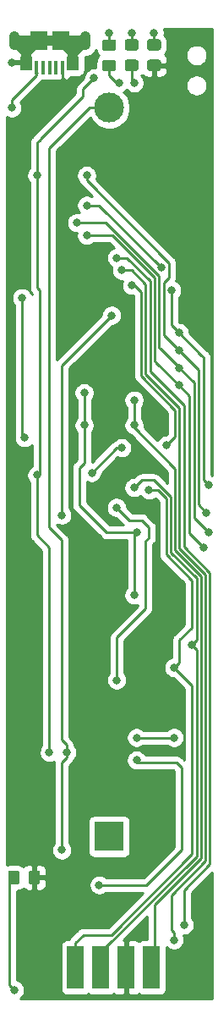
<source format=gbl>
G04 #@! TF.GenerationSoftware,KiCad,Pcbnew,(5.1.6)-1*
G04 #@! TF.CreationDate,2021-08-10T23:40:34-03:00*
G04 #@! TF.ProjectId,TPH_Logger,5450485f-4c6f-4676-9765-722e6b696361,rev?*
G04 #@! TF.SameCoordinates,Original*
G04 #@! TF.FileFunction,Copper,L2,Bot*
G04 #@! TF.FilePolarity,Positive*
%FSLAX46Y46*%
G04 Gerber Fmt 4.6, Leading zero omitted, Abs format (unit mm)*
G04 Created by KiCad (PCBNEW (5.1.6)-1) date 2021-08-10 23:40:34*
%MOMM*%
%LPD*%
G01*
G04 APERTURE LIST*
G04 #@! TA.AperFunction,SMDPad,CuDef*
%ADD10R,1.150000X1.450000*%
G04 #@! TD*
G04 #@! TA.AperFunction,ComponentPad*
%ADD11O,1.050000X1.900000*%
G04 #@! TD*
G04 #@! TA.AperFunction,SMDPad,CuDef*
%ADD12R,1.750000X1.900000*%
G04 #@! TD*
G04 #@! TA.AperFunction,SMDPad,CuDef*
%ADD13R,0.400000X1.400000*%
G04 #@! TD*
G04 #@! TA.AperFunction,SMDPad,CuDef*
%ADD14R,1.700000X4.300000*%
G04 #@! TD*
G04 #@! TA.AperFunction,ComponentPad*
%ADD15C,3.000000*%
G04 #@! TD*
G04 #@! TA.AperFunction,ComponentPad*
%ADD16R,3.000000X3.000000*%
G04 #@! TD*
G04 #@! TA.AperFunction,ViaPad*
%ADD17C,0.800000*%
G04 #@! TD*
G04 #@! TA.AperFunction,Conductor*
%ADD18C,0.250000*%
G04 #@! TD*
G04 #@! TA.AperFunction,Conductor*
%ADD19C,1.000000*%
G04 #@! TD*
G04 #@! TA.AperFunction,Conductor*
%ADD20C,0.500000*%
G04 #@! TD*
G04 #@! TA.AperFunction,Conductor*
%ADD21C,0.254000*%
G04 #@! TD*
G04 APERTURE END LIST*
G04 #@! TA.AperFunction,SMDPad,CuDef*
G36*
G01*
X137200001Y-43775000D02*
X136299999Y-43775000D01*
G75*
G02*
X136050000Y-43525001I0J249999D01*
G01*
X136050000Y-42874999D01*
G75*
G02*
X136299999Y-42625000I249999J0D01*
G01*
X137200001Y-42625000D01*
G75*
G02*
X137450000Y-42874999I0J-249999D01*
G01*
X137450000Y-43525001D01*
G75*
G02*
X137200001Y-43775000I-249999J0D01*
G01*
G37*
G04 #@! TD.AperFunction*
G04 #@! TA.AperFunction,SMDPad,CuDef*
G36*
G01*
X137200001Y-45825000D02*
X136299999Y-45825000D01*
G75*
G02*
X136050000Y-45575001I0J249999D01*
G01*
X136050000Y-44924999D01*
G75*
G02*
X136299999Y-44675000I249999J0D01*
G01*
X137200001Y-44675000D01*
G75*
G02*
X137450000Y-44924999I0J-249999D01*
G01*
X137450000Y-45575001D01*
G75*
G02*
X137200001Y-45825000I-249999J0D01*
G01*
G37*
G04 #@! TD.AperFunction*
G04 #@! TA.AperFunction,SMDPad,CuDef*
G36*
G01*
X134950001Y-45850000D02*
X134049999Y-45850000D01*
G75*
G02*
X133800000Y-45600001I0J249999D01*
G01*
X133800000Y-44949999D01*
G75*
G02*
X134049999Y-44700000I249999J0D01*
G01*
X134950001Y-44700000D01*
G75*
G02*
X135200000Y-44949999I0J-249999D01*
G01*
X135200000Y-45600001D01*
G75*
G02*
X134950001Y-45850000I-249999J0D01*
G01*
G37*
G04 #@! TD.AperFunction*
G04 #@! TA.AperFunction,SMDPad,CuDef*
G36*
G01*
X134950001Y-43800000D02*
X134049999Y-43800000D01*
G75*
G02*
X133800000Y-43550001I0J249999D01*
G01*
X133800000Y-42899999D01*
G75*
G02*
X134049999Y-42650000I249999J0D01*
G01*
X134950001Y-42650000D01*
G75*
G02*
X135200000Y-42899999I0J-249999D01*
G01*
X135200000Y-43550001D01*
G75*
G02*
X134950001Y-43800000I-249999J0D01*
G01*
G37*
G04 #@! TD.AperFunction*
G04 #@! TA.AperFunction,SMDPad,CuDef*
G36*
G01*
X125525000Y-126049999D02*
X125525000Y-126950001D01*
G75*
G02*
X125275001Y-127200000I-249999J0D01*
G01*
X124624999Y-127200000D01*
G75*
G02*
X124375000Y-126950001I0J249999D01*
G01*
X124375000Y-126049999D01*
G75*
G02*
X124624999Y-125800000I249999J0D01*
G01*
X125275001Y-125800000D01*
G75*
G02*
X125525000Y-126049999I0J-249999D01*
G01*
G37*
G04 #@! TD.AperFunction*
G04 #@! TA.AperFunction,SMDPad,CuDef*
G36*
G01*
X127575000Y-126049999D02*
X127575000Y-126950001D01*
G75*
G02*
X127325001Y-127200000I-249999J0D01*
G01*
X126674999Y-127200000D01*
G75*
G02*
X126425000Y-126950001I0J249999D01*
G01*
X126425000Y-126049999D01*
G75*
G02*
X126674999Y-125800000I249999J0D01*
G01*
X127325001Y-125800000D01*
G75*
G02*
X127575000Y-126049999I0J-249999D01*
G01*
G37*
G04 #@! TD.AperFunction*
D10*
X126220000Y-45030000D03*
X130860000Y-45030000D03*
D11*
X132115000Y-42800000D03*
X124965000Y-42800000D03*
D12*
X127415000Y-42800000D03*
D13*
X128540000Y-45450000D03*
X129190000Y-45450000D03*
X129840000Y-45450000D03*
X127240000Y-45450000D03*
X127890000Y-45450000D03*
D12*
X129665000Y-42800000D03*
D14*
X133670000Y-135500000D03*
X131130000Y-135500000D03*
X136210000Y-135500000D03*
X138750000Y-135500000D03*
D15*
X134500000Y-49500000D03*
D16*
X134500000Y-122400000D03*
G04 #@! TA.AperFunction,SMDPad,CuDef*
G36*
G01*
X139450001Y-45825000D02*
X138549999Y-45825000D01*
G75*
G02*
X138300000Y-45575001I0J249999D01*
G01*
X138300000Y-44924999D01*
G75*
G02*
X138549999Y-44675000I249999J0D01*
G01*
X139450001Y-44675000D01*
G75*
G02*
X139700000Y-44924999I0J-249999D01*
G01*
X139700000Y-45575001D01*
G75*
G02*
X139450001Y-45825000I-249999J0D01*
G01*
G37*
G04 #@! TD.AperFunction*
G04 #@! TA.AperFunction,SMDPad,CuDef*
G36*
G01*
X139450001Y-43775000D02*
X138549999Y-43775000D01*
G75*
G02*
X138300000Y-43525001I0J249999D01*
G01*
X138300000Y-42874999D01*
G75*
G02*
X138549999Y-42625000I249999J0D01*
G01*
X139450001Y-42625000D01*
G75*
G02*
X139700000Y-42874999I0J-249999D01*
G01*
X139700000Y-43525001D01*
G75*
G02*
X139450001Y-43775000I-249999J0D01*
G01*
G37*
G04 #@! TD.AperFunction*
D17*
X125750000Y-68500000D03*
X126000000Y-82500000D03*
X137000000Y-81250000D03*
X137000000Y-78750000D03*
X141500000Y-73750000D03*
X132250000Y-56250000D03*
X144250000Y-90000000D03*
X141500000Y-72000000D03*
X132250000Y-59250000D03*
X144500000Y-87250000D03*
X140750000Y-67750000D03*
X139750000Y-65500000D03*
X141500000Y-75500000D03*
X131250000Y-61000000D03*
X144500000Y-92000000D03*
X141500000Y-77250000D03*
X132250000Y-62250000D03*
X144000000Y-93500000D03*
X137250000Y-92000000D03*
X137000000Y-98250000D03*
X132000000Y-78000000D03*
X132000000Y-81250000D03*
X142750000Y-103250000D03*
X137000000Y-87500000D03*
X141000000Y-105500000D03*
X138500000Y-87750000D03*
X135250000Y-106750000D03*
X135237347Y-89487347D03*
X124750000Y-45000000D03*
X128500000Y-114000000D03*
X127250000Y-56250000D03*
X133000000Y-46500000D03*
X133500000Y-127250000D03*
X137250000Y-114750000D03*
X127250000Y-86250000D03*
X134750000Y-70250000D03*
X129750000Y-90250000D03*
X134500000Y-42000000D03*
X135250000Y-64500000D03*
X135500000Y-47000000D03*
X142000000Y-131250000D03*
X135750000Y-65750000D03*
X137000000Y-47000000D03*
X141000000Y-132750000D03*
X136750000Y-42000000D03*
X124750000Y-49500000D03*
X125000000Y-137750000D03*
X132750000Y-86000000D03*
X135750000Y-83500000D03*
X144500000Y-69000000D03*
X128500000Y-49500000D03*
X141000000Y-98250000D03*
X126500000Y-100250000D03*
X142250000Y-137000000D03*
X138250000Y-121000000D03*
X132000000Y-128750000D03*
X125000000Y-88250000D03*
X137500000Y-89250000D03*
X137500000Y-109000000D03*
X133750000Y-97750000D03*
X142000000Y-63750000D03*
X132750000Y-67250000D03*
X143500000Y-51250000D03*
X133750000Y-53500000D03*
X134500000Y-77750000D03*
X126000000Y-129000000D03*
X127000000Y-108750000D03*
X139000000Y-42000000D03*
X140250000Y-83250000D03*
X136750000Y-67250000D03*
X129750000Y-123750000D03*
X130250000Y-114000000D03*
X141000000Y-112500000D03*
X137250000Y-112500000D03*
D18*
X125750000Y-82250000D02*
X126000000Y-82500000D01*
X125750000Y-68500000D02*
X125750000Y-82250000D01*
X137000000Y-81250000D02*
X137000000Y-78750000D01*
X139050000Y-136460000D02*
X138750000Y-136760000D01*
X143699980Y-96372800D02*
X143699980Y-124550020D01*
X139050000Y-129200000D02*
X139050000Y-136460000D01*
X141099982Y-93772802D02*
X143699980Y-96372800D01*
X137000000Y-81500000D02*
X141099980Y-85599980D01*
X143699980Y-124550020D02*
X139050000Y-129200000D01*
X137000000Y-81250000D02*
X137000000Y-81500000D01*
X141099980Y-85599980D02*
X141099980Y-93699980D01*
X141099982Y-93699982D02*
X141099982Y-93772802D01*
X141099980Y-93699980D02*
X141099982Y-93699982D01*
X140500000Y-65500000D02*
X140500000Y-65176998D01*
X140500000Y-65500000D02*
X140500000Y-66500000D01*
X140500000Y-66500000D02*
X140500000Y-65176998D01*
X140500000Y-65000000D02*
X140500000Y-65176998D01*
X132250000Y-56250000D02*
X132250000Y-56750000D01*
X132250000Y-56750000D02*
X140500000Y-65000000D01*
X143450010Y-89200010D02*
X144250000Y-90000000D01*
X143450010Y-75700010D02*
X143450010Y-89200010D01*
X140000000Y-72250000D02*
X143450010Y-75700010D01*
X140000000Y-67000000D02*
X140000000Y-72250000D01*
X140500000Y-66500000D02*
X140000000Y-67000000D01*
X133500000Y-59250000D02*
X133000000Y-59250000D01*
X139750000Y-65500000D02*
X133500000Y-59250000D01*
X141250000Y-71750000D02*
X141500000Y-72000000D01*
X141000000Y-71500000D02*
X141500000Y-72000000D01*
X141000000Y-71500000D02*
X140750000Y-71250000D01*
X140750000Y-67750000D02*
X140750000Y-71250000D01*
X143950009Y-74450009D02*
X143750000Y-74250000D01*
X144500000Y-87250000D02*
X143950009Y-86700009D01*
X143750000Y-74250000D02*
X141500000Y-72000000D01*
X143950009Y-86700009D02*
X143950009Y-74450009D01*
X133000000Y-59250000D02*
X132250000Y-59250000D01*
X143000000Y-90500000D02*
X143000000Y-80000000D01*
X144500000Y-92000000D02*
X143000000Y-90500000D01*
X141500000Y-75500000D02*
X143000000Y-77000000D01*
X143000000Y-80000000D02*
X143000000Y-77000000D01*
X139625000Y-73625000D02*
X141750000Y-75750000D01*
X139500000Y-73500000D02*
X139625000Y-73625000D01*
X139500000Y-66323002D02*
X139500000Y-73500000D01*
X134176998Y-61000000D02*
X139500000Y-66323002D01*
X131500000Y-61000000D02*
X134176998Y-61000000D01*
X144000000Y-93500000D02*
X142549990Y-92049990D01*
X142549990Y-78299990D02*
X141500000Y-77250000D01*
X142549990Y-81799990D02*
X142549990Y-78299990D01*
X139049990Y-74799990D02*
X139250000Y-75000000D01*
X139250000Y-75000000D02*
X141500000Y-77250000D01*
X139049990Y-66509402D02*
X139049990Y-74799990D01*
X134790588Y-62250000D02*
X139049990Y-66509402D01*
X132250000Y-62250000D02*
X134790588Y-62250000D01*
X142549990Y-92049990D02*
X142549990Y-81799990D01*
X134250000Y-92000000D02*
X137250000Y-92000000D01*
X137000000Y-92250000D02*
X137250000Y-92000000D01*
X137000000Y-98250000D02*
X137000000Y-96250000D01*
X137000000Y-96750000D02*
X137000000Y-96250000D01*
X137000000Y-96250000D02*
X137000000Y-92250000D01*
X132000000Y-78000000D02*
X132000000Y-81250000D01*
X132000000Y-81250000D02*
X132000000Y-85000000D01*
X131500000Y-85500000D02*
X131500000Y-89250000D01*
X132000000Y-85000000D02*
X131500000Y-85500000D01*
X131500000Y-89250000D02*
X134250000Y-92000000D01*
X133670000Y-133943590D02*
X143249970Y-124363620D01*
X142750000Y-103250000D02*
X143249970Y-103749970D01*
X143249970Y-124363620D02*
X143249970Y-104749970D01*
X143249970Y-103749970D02*
X143249970Y-104749970D01*
X143249970Y-96559200D02*
X143249970Y-102750030D01*
X137750000Y-86750000D02*
X139000000Y-86750000D01*
X137000000Y-87500000D02*
X137750000Y-86750000D01*
X139000000Y-86750000D02*
X140649970Y-88399970D01*
X140649970Y-93959200D02*
X143249970Y-96559200D01*
X143249970Y-102750030D02*
X142750000Y-103250000D01*
X140649970Y-88399970D02*
X140649970Y-93959200D01*
X133670000Y-135500000D02*
X133670000Y-133943590D01*
X131130000Y-133033590D02*
X131130000Y-136760000D01*
X142799960Y-124177220D02*
X134727180Y-132250000D01*
X134727180Y-132250000D02*
X131913590Y-132250000D01*
X131913590Y-132250000D02*
X131130000Y-133033590D01*
X141000000Y-105500000D02*
X142799960Y-107299960D01*
X142799960Y-107450040D02*
X142799960Y-107700040D01*
X142799960Y-107299960D02*
X142799960Y-107700040D01*
X142799960Y-107700040D02*
X142799960Y-124177220D01*
X141500000Y-102750000D02*
X141500000Y-105000000D01*
X139363590Y-87750000D02*
X140199960Y-88586370D01*
X141500000Y-105000000D02*
X141000000Y-105500000D01*
X140199960Y-88586370D02*
X140199961Y-94199961D01*
X142750000Y-96750000D02*
X142750000Y-101500000D01*
X138500000Y-87750000D02*
X139363590Y-87750000D01*
X140199961Y-94199961D02*
X142750000Y-96750000D01*
X142750000Y-101500000D02*
X141500000Y-102750000D01*
X136500000Y-90750000D02*
X135237347Y-89487347D01*
X137750000Y-90750000D02*
X136500000Y-90750000D01*
X135250000Y-106750000D02*
X135250000Y-102500000D01*
X135250000Y-102500000D02*
X138125000Y-99625000D01*
X138500000Y-91500000D02*
X137750000Y-90750000D01*
X138125000Y-99625000D02*
X138125000Y-92875000D01*
X138125000Y-92875000D02*
X138500000Y-92500000D01*
X138500000Y-92500000D02*
X138500000Y-91500000D01*
D19*
X126220000Y-43945000D02*
X127415000Y-42750000D01*
X126220000Y-45210000D02*
X126220000Y-44175000D01*
X130860000Y-44000000D02*
X129665000Y-42805000D01*
D18*
X130860000Y-45210000D02*
X130860000Y-44175000D01*
X126220000Y-44235000D02*
X126220000Y-45210000D01*
D19*
X124965000Y-42745000D02*
X126220000Y-44000000D01*
X130860000Y-44235000D02*
X130860000Y-45210000D01*
X132115000Y-42750000D02*
X130860000Y-44005000D01*
D18*
X125930000Y-45500000D02*
X126220000Y-45210000D01*
X126180000Y-45250000D02*
X126220000Y-45210000D01*
D20*
X124750000Y-45000000D02*
X126180000Y-45000000D01*
D19*
X129665000Y-42750000D02*
X127415000Y-42750000D01*
X126220000Y-44970000D02*
X126220000Y-42750000D01*
X127415000Y-42750000D02*
X126230000Y-42750000D01*
X126230000Y-42750000D02*
X124965000Y-42750000D01*
X130860000Y-44860000D02*
X130860000Y-42750000D01*
X132115000Y-42750000D02*
X130980000Y-42750000D01*
X130980000Y-42750000D02*
X129665000Y-42750000D01*
D18*
X127250000Y-86250000D02*
X127500000Y-86000000D01*
X138250000Y-127250000D02*
X133500000Y-127250000D01*
X141750000Y-115500000D02*
X141750000Y-123750000D01*
X141750000Y-123750000D02*
X138250000Y-127250000D01*
X141250000Y-115000000D02*
X141750000Y-115500000D01*
X137250000Y-115000000D02*
X141250000Y-115000000D01*
X127250000Y-92250000D02*
X128500000Y-93500000D01*
X127250000Y-86250000D02*
X127250000Y-92250000D01*
X128500000Y-114000000D02*
X128500000Y-93500000D01*
X131875000Y-48375000D02*
X131875000Y-47625000D01*
X131875000Y-47625000D02*
X133000000Y-46500000D01*
X127250000Y-56250000D02*
X127250000Y-53000000D01*
X127500000Y-52750000D02*
X127750000Y-52500000D01*
X127250000Y-53000000D02*
X127750000Y-52500000D01*
X127750000Y-52500000D02*
X131875000Y-48375000D01*
X127250000Y-67500000D02*
X127500000Y-67750000D01*
X127250000Y-56250000D02*
X127250000Y-67500000D01*
X127500000Y-86000000D02*
X127500000Y-67750000D01*
X129750000Y-75250000D02*
X134750000Y-70250000D01*
X129750000Y-90250000D02*
X129750000Y-89500000D01*
X129750000Y-89750000D02*
X129750000Y-89500000D01*
X129750000Y-89500000D02*
X129750000Y-75250000D01*
X134500000Y-42000000D02*
X134500000Y-43225000D01*
X134500000Y-45275000D02*
X134525000Y-45275000D01*
X134500000Y-45750000D02*
X134500000Y-45275000D01*
X135500000Y-47000000D02*
X135250000Y-47000000D01*
X134500000Y-46250000D02*
X134500000Y-45275000D01*
X135250000Y-47000000D02*
X134500000Y-46250000D01*
X138599980Y-66849980D02*
X136250000Y-64500000D01*
X138599980Y-75849980D02*
X138599980Y-66849980D01*
X136250000Y-64500000D02*
X135250000Y-64500000D01*
X144600000Y-96000000D02*
X142000000Y-93400000D01*
X142000000Y-79250000D02*
X138599980Y-75849980D01*
X144600000Y-122200000D02*
X144600000Y-96000000D01*
X142000000Y-93400000D02*
X142000000Y-79250000D01*
X142000000Y-127750000D02*
X144600000Y-125150000D01*
X142000000Y-131250000D02*
X142000000Y-127750000D01*
X144600000Y-125150000D02*
X144600000Y-122200000D01*
X136750000Y-46750000D02*
X137000000Y-47000000D01*
X136750000Y-45250000D02*
X136750000Y-46750000D01*
X138149970Y-67149970D02*
X136750000Y-65750000D01*
X136750000Y-65750000D02*
X135750000Y-65750000D01*
X144149990Y-96186400D02*
X141549991Y-93586401D01*
X141549990Y-79549990D02*
X138149970Y-76149970D01*
X141549991Y-93586401D02*
X141549990Y-79549990D01*
X141000000Y-132750000D02*
X141000000Y-132000000D01*
X138149970Y-76149970D02*
X138149970Y-67149970D01*
X141000000Y-132000000D02*
X140750000Y-131750000D01*
X140750000Y-131750000D02*
X140750000Y-128250000D01*
X140750000Y-128250000D02*
X144149990Y-124850010D01*
X144149990Y-124850010D02*
X144149990Y-96186400D01*
X136750000Y-42000000D02*
X136750000Y-43200000D01*
X127240000Y-45990000D02*
X127250000Y-46000000D01*
X127240000Y-45630000D02*
X127240000Y-45990000D01*
X127240000Y-45450000D02*
X127240000Y-46240000D01*
X124750000Y-48730000D02*
X124750000Y-49500000D01*
X127240000Y-46240000D02*
X124750000Y-48730000D01*
X124950000Y-126500000D02*
X124950000Y-126550000D01*
X124950000Y-126550000D02*
X124500000Y-127000000D01*
X124500000Y-127000000D02*
X124500000Y-136000000D01*
X124500000Y-136000000D02*
X124500000Y-137250000D01*
X124500000Y-137250000D02*
X125000000Y-137750000D01*
X132750000Y-86000000D02*
X135250000Y-83500000D01*
X135250000Y-83500000D02*
X135750000Y-83500000D01*
X128500000Y-47920000D02*
X128500000Y-48000000D01*
X129840000Y-45450000D02*
X129840000Y-47160000D01*
X139000000Y-42000000D02*
X139000000Y-43200000D01*
X141000000Y-82500000D02*
X140250000Y-83250000D01*
X141099980Y-82400020D02*
X141000000Y-82500000D01*
X137000000Y-67250000D02*
X137699960Y-67949960D01*
X136750000Y-67250000D02*
X137000000Y-67250000D01*
X137699960Y-67949960D02*
X137699961Y-76336371D01*
X137699961Y-76336371D02*
X141099980Y-79736390D01*
X141099980Y-79736390D02*
X141099980Y-82400020D01*
X135000000Y-48750000D02*
X134500000Y-49250000D01*
X129750000Y-123750000D02*
X129750000Y-115000000D01*
X130250000Y-114500000D02*
X130250000Y-114000000D01*
X129750000Y-115000000D02*
X130250000Y-114500000D01*
X141000000Y-112500000D02*
X137250000Y-112500000D01*
X130250000Y-113250000D02*
X130250000Y-114000000D01*
X129750000Y-112750000D02*
X130250000Y-113250000D01*
X134500000Y-49500000D02*
X132500000Y-49500000D01*
X128500000Y-91500000D02*
X129750000Y-92750000D01*
X132500000Y-49500000D02*
X128500000Y-53500000D01*
X128500000Y-53500000D02*
X128500000Y-91500000D01*
X129750000Y-92750000D02*
X129750000Y-112750000D01*
D21*
G36*
X144790000Y-86252407D02*
G01*
X144710009Y-86236496D01*
X144710009Y-74487331D01*
X144713685Y-74450008D01*
X144710009Y-74412685D01*
X144710009Y-74412676D01*
X144699012Y-74301023D01*
X144655555Y-74157762D01*
X144584983Y-74025733D01*
X144490010Y-73910008D01*
X144461011Y-73886209D01*
X144313799Y-73738997D01*
X142535000Y-71960199D01*
X142535000Y-71898061D01*
X142495226Y-71698102D01*
X142417205Y-71509744D01*
X142303937Y-71340226D01*
X142159774Y-71196063D01*
X141990256Y-71082795D01*
X141801898Y-71004774D01*
X141601939Y-70965000D01*
X141539802Y-70965000D01*
X141510000Y-70935198D01*
X141510000Y-68453711D01*
X141553937Y-68409774D01*
X141667205Y-68240256D01*
X141745226Y-68051898D01*
X141785000Y-67851939D01*
X141785000Y-67648061D01*
X141745226Y-67448102D01*
X141667205Y-67259744D01*
X141553937Y-67090226D01*
X141409774Y-66946063D01*
X141240256Y-66832795D01*
X141194093Y-66813674D01*
X141205546Y-66792247D01*
X141249003Y-66648986D01*
X141260000Y-66537333D01*
X141260000Y-66537325D01*
X141263676Y-66500000D01*
X141260000Y-66462675D01*
X141260000Y-65037323D01*
X141263676Y-65000000D01*
X141260000Y-64962677D01*
X141260000Y-64962667D01*
X141249003Y-64851014D01*
X141205546Y-64707753D01*
X141134974Y-64575723D01*
X141063799Y-64488997D01*
X141040001Y-64459999D01*
X141011004Y-64436202D01*
X133210510Y-56635709D01*
X133245226Y-56551898D01*
X133285000Y-56351939D01*
X133285000Y-56148061D01*
X133245226Y-55948102D01*
X133167205Y-55759744D01*
X133053937Y-55590226D01*
X132909774Y-55446063D01*
X132740256Y-55332795D01*
X132551898Y-55254774D01*
X132351939Y-55215000D01*
X132148061Y-55215000D01*
X131948102Y-55254774D01*
X131759744Y-55332795D01*
X131590226Y-55446063D01*
X131446063Y-55590226D01*
X131332795Y-55759744D01*
X131254774Y-55948102D01*
X131215000Y-56148061D01*
X131215000Y-56351939D01*
X131254774Y-56551898D01*
X131332795Y-56740256D01*
X131446063Y-56909774D01*
X131529614Y-56993325D01*
X131544454Y-57042247D01*
X131615026Y-57174276D01*
X131710000Y-57290001D01*
X131738998Y-57313799D01*
X132793712Y-58368513D01*
X132740256Y-58332795D01*
X132551898Y-58254774D01*
X132351939Y-58215000D01*
X132148061Y-58215000D01*
X131948102Y-58254774D01*
X131759744Y-58332795D01*
X131590226Y-58446063D01*
X131446063Y-58590226D01*
X131332795Y-58759744D01*
X131254774Y-58948102D01*
X131215000Y-59148061D01*
X131215000Y-59351939D01*
X131254774Y-59551898D01*
X131332795Y-59740256D01*
X131446063Y-59909774D01*
X131538373Y-60002084D01*
X131351939Y-59965000D01*
X131148061Y-59965000D01*
X130948102Y-60004774D01*
X130759744Y-60082795D01*
X130590226Y-60196063D01*
X130446063Y-60340226D01*
X130332795Y-60509744D01*
X130254774Y-60698102D01*
X130215000Y-60898061D01*
X130215000Y-61101939D01*
X130254774Y-61301898D01*
X130332795Y-61490256D01*
X130446063Y-61659774D01*
X130590226Y-61803937D01*
X130759744Y-61917205D01*
X130948102Y-61995226D01*
X131148061Y-62035000D01*
X131237489Y-62035000D01*
X131215000Y-62148061D01*
X131215000Y-62351939D01*
X131254774Y-62551898D01*
X131332795Y-62740256D01*
X131446063Y-62909774D01*
X131590226Y-63053937D01*
X131759744Y-63167205D01*
X131948102Y-63245226D01*
X132148061Y-63285000D01*
X132351939Y-63285000D01*
X132551898Y-63245226D01*
X132740256Y-63167205D01*
X132909774Y-63053937D01*
X132953711Y-63010000D01*
X134475787Y-63010000D01*
X134966835Y-63501048D01*
X134948102Y-63504774D01*
X134759744Y-63582795D01*
X134590226Y-63696063D01*
X134446063Y-63840226D01*
X134332795Y-64009744D01*
X134254774Y-64198102D01*
X134215000Y-64398061D01*
X134215000Y-64601939D01*
X134254774Y-64801898D01*
X134332795Y-64990256D01*
X134446063Y-65159774D01*
X134590226Y-65303937D01*
X134759744Y-65417205D01*
X134766426Y-65419973D01*
X134754774Y-65448102D01*
X134715000Y-65648061D01*
X134715000Y-65851939D01*
X134754774Y-66051898D01*
X134832795Y-66240256D01*
X134946063Y-66409774D01*
X135090226Y-66553937D01*
X135259744Y-66667205D01*
X135448102Y-66745226D01*
X135648061Y-66785000D01*
X135822334Y-66785000D01*
X135754774Y-66948102D01*
X135715000Y-67148061D01*
X135715000Y-67351939D01*
X135754774Y-67551898D01*
X135832795Y-67740256D01*
X135946063Y-67909774D01*
X136090226Y-68053937D01*
X136259744Y-68167205D01*
X136448102Y-68245226D01*
X136648061Y-68285000D01*
X136851939Y-68285000D01*
X136939960Y-68267492D01*
X136939962Y-76299039D01*
X136936285Y-76336371D01*
X136939962Y-76373703D01*
X136939962Y-76373704D01*
X136950959Y-76485357D01*
X136952063Y-76488997D01*
X136994415Y-76628617D01*
X137064987Y-76760647D01*
X137118395Y-76825724D01*
X137159961Y-76876372D01*
X137188959Y-76900170D01*
X140339980Y-80051192D01*
X140339981Y-82085217D01*
X140210198Y-82215000D01*
X140148061Y-82215000D01*
X139948102Y-82254774D01*
X139759744Y-82332795D01*
X139590226Y-82446063D01*
X139446063Y-82590226D01*
X139333496Y-82758695D01*
X138017039Y-81442238D01*
X138035000Y-81351939D01*
X138035000Y-81148061D01*
X137995226Y-80948102D01*
X137917205Y-80759744D01*
X137803937Y-80590226D01*
X137760000Y-80546289D01*
X137760000Y-79453711D01*
X137803937Y-79409774D01*
X137917205Y-79240256D01*
X137995226Y-79051898D01*
X138035000Y-78851939D01*
X138035000Y-78648061D01*
X137995226Y-78448102D01*
X137917205Y-78259744D01*
X137803937Y-78090226D01*
X137659774Y-77946063D01*
X137490256Y-77832795D01*
X137301898Y-77754774D01*
X137101939Y-77715000D01*
X136898061Y-77715000D01*
X136698102Y-77754774D01*
X136509744Y-77832795D01*
X136340226Y-77946063D01*
X136196063Y-78090226D01*
X136082795Y-78259744D01*
X136004774Y-78448102D01*
X135965000Y-78648061D01*
X135965000Y-78851939D01*
X136004774Y-79051898D01*
X136082795Y-79240256D01*
X136196063Y-79409774D01*
X136240001Y-79453712D01*
X136240000Y-80546289D01*
X136196063Y-80590226D01*
X136082795Y-80759744D01*
X136004774Y-80948102D01*
X135965000Y-81148061D01*
X135965000Y-81351939D01*
X136004774Y-81551898D01*
X136082795Y-81740256D01*
X136196063Y-81909774D01*
X136340226Y-82053937D01*
X136509744Y-82167205D01*
X136650854Y-82225655D01*
X140339980Y-85914782D01*
X140339980Y-87015179D01*
X139563804Y-86239003D01*
X139540001Y-86209999D01*
X139424276Y-86115026D01*
X139292247Y-86044454D01*
X139148986Y-86000997D01*
X139037333Y-85990000D01*
X139037322Y-85990000D01*
X139000000Y-85986324D01*
X138962678Y-85990000D01*
X137787322Y-85990000D01*
X137749999Y-85986324D01*
X137712676Y-85990000D01*
X137712667Y-85990000D01*
X137601014Y-86000997D01*
X137457753Y-86044454D01*
X137325724Y-86115026D01*
X137209999Y-86209999D01*
X137186201Y-86238998D01*
X136960198Y-86465000D01*
X136898061Y-86465000D01*
X136698102Y-86504774D01*
X136509744Y-86582795D01*
X136340226Y-86696063D01*
X136196063Y-86840226D01*
X136082795Y-87009744D01*
X136004774Y-87198102D01*
X135965000Y-87398061D01*
X135965000Y-87601939D01*
X136004774Y-87801898D01*
X136082795Y-87990256D01*
X136196063Y-88159774D01*
X136340226Y-88303937D01*
X136509744Y-88417205D01*
X136698102Y-88495226D01*
X136898061Y-88535000D01*
X137101939Y-88535000D01*
X137301898Y-88495226D01*
X137490256Y-88417205D01*
X137635972Y-88319841D01*
X137696063Y-88409774D01*
X137840226Y-88553937D01*
X138009744Y-88667205D01*
X138198102Y-88745226D01*
X138398061Y-88785000D01*
X138601939Y-88785000D01*
X138801898Y-88745226D01*
X138990256Y-88667205D01*
X139119581Y-88580793D01*
X139439960Y-88901172D01*
X139439962Y-94162629D01*
X139436285Y-94199961D01*
X139450959Y-94348946D01*
X139494415Y-94492207D01*
X139564987Y-94624237D01*
X139633897Y-94708203D01*
X139659961Y-94739962D01*
X139688959Y-94763760D01*
X141990000Y-97064802D01*
X141990001Y-101185197D01*
X140989003Y-102186196D01*
X140959999Y-102209999D01*
X140915947Y-102263677D01*
X140865026Y-102325724D01*
X140851508Y-102351015D01*
X140794454Y-102457754D01*
X140750997Y-102601015D01*
X140740000Y-102712668D01*
X140740000Y-102712678D01*
X140736324Y-102750000D01*
X140740000Y-102787323D01*
X140740001Y-104496440D01*
X140698102Y-104504774D01*
X140509744Y-104582795D01*
X140340226Y-104696063D01*
X140196063Y-104840226D01*
X140082795Y-105009744D01*
X140004774Y-105198102D01*
X139965000Y-105398061D01*
X139965000Y-105601939D01*
X140004774Y-105801898D01*
X140082795Y-105990256D01*
X140196063Y-106159774D01*
X140340226Y-106303937D01*
X140509744Y-106417205D01*
X140698102Y-106495226D01*
X140898061Y-106535000D01*
X140960199Y-106535000D01*
X142039960Y-107614762D01*
X142039960Y-114715159D01*
X141813804Y-114489003D01*
X141790001Y-114459999D01*
X141674276Y-114365026D01*
X141542247Y-114294454D01*
X141398986Y-114250997D01*
X141287333Y-114240000D01*
X141287322Y-114240000D01*
X141250000Y-114236324D01*
X141212678Y-114240000D01*
X138154013Y-114240000D01*
X138053937Y-114090226D01*
X137909774Y-113946063D01*
X137740256Y-113832795D01*
X137551898Y-113754774D01*
X137351939Y-113715000D01*
X137148061Y-113715000D01*
X136948102Y-113754774D01*
X136759744Y-113832795D01*
X136590226Y-113946063D01*
X136446063Y-114090226D01*
X136332795Y-114259744D01*
X136254774Y-114448102D01*
X136215000Y-114648061D01*
X136215000Y-114851939D01*
X136254774Y-115051898D01*
X136332795Y-115240256D01*
X136446063Y-115409774D01*
X136590226Y-115553937D01*
X136759744Y-115667205D01*
X136948102Y-115745226D01*
X137148061Y-115785000D01*
X137351939Y-115785000D01*
X137477623Y-115760000D01*
X140935199Y-115760000D01*
X140990000Y-115814801D01*
X140990001Y-123435196D01*
X137935199Y-126490000D01*
X134203711Y-126490000D01*
X134159774Y-126446063D01*
X133990256Y-126332795D01*
X133801898Y-126254774D01*
X133601939Y-126215000D01*
X133398061Y-126215000D01*
X133198102Y-126254774D01*
X133009744Y-126332795D01*
X132840226Y-126446063D01*
X132696063Y-126590226D01*
X132582795Y-126759744D01*
X132504774Y-126948102D01*
X132465000Y-127148061D01*
X132465000Y-127351939D01*
X132504774Y-127551898D01*
X132582795Y-127740256D01*
X132696063Y-127909774D01*
X132840226Y-128053937D01*
X133009744Y-128167205D01*
X133198102Y-128245226D01*
X133398061Y-128285000D01*
X133601939Y-128285000D01*
X133801898Y-128245226D01*
X133990256Y-128167205D01*
X134159774Y-128053937D01*
X134203711Y-128010000D01*
X137892379Y-128010000D01*
X134412379Y-131490000D01*
X131950923Y-131490000D01*
X131913590Y-131486323D01*
X131876257Y-131490000D01*
X131764604Y-131500997D01*
X131621343Y-131544454D01*
X131489314Y-131615026D01*
X131373589Y-131709999D01*
X131349791Y-131738998D01*
X130619002Y-132469787D01*
X130589999Y-132493589D01*
X130551911Y-132540000D01*
X130495026Y-132609314D01*
X130460303Y-132674276D01*
X130440177Y-132711928D01*
X130280000Y-132711928D01*
X130155518Y-132724188D01*
X130035820Y-132760498D01*
X129925506Y-132819463D01*
X129828815Y-132898815D01*
X129749463Y-132995506D01*
X129690498Y-133105820D01*
X129654188Y-133225518D01*
X129641928Y-133350000D01*
X129641928Y-137650000D01*
X129654188Y-137774482D01*
X129690498Y-137894180D01*
X129749463Y-138004494D01*
X129828815Y-138101185D01*
X129925506Y-138180537D01*
X130035820Y-138239502D01*
X130155518Y-138275812D01*
X130280000Y-138288072D01*
X131980000Y-138288072D01*
X132104482Y-138275812D01*
X132224180Y-138239502D01*
X132334494Y-138180537D01*
X132400000Y-138126778D01*
X132465506Y-138180537D01*
X132575820Y-138239502D01*
X132695518Y-138275812D01*
X132820000Y-138288072D01*
X134520000Y-138288072D01*
X134644482Y-138275812D01*
X134764180Y-138239502D01*
X134874494Y-138180537D01*
X134940000Y-138126778D01*
X135005506Y-138180537D01*
X135115820Y-138239502D01*
X135235518Y-138275812D01*
X135360000Y-138288072D01*
X135924250Y-138285000D01*
X136083000Y-138126250D01*
X136083000Y-135627000D01*
X136063000Y-135627000D01*
X136063000Y-135373000D01*
X136083000Y-135373000D01*
X136083000Y-132873750D01*
X135948821Y-132739571D01*
X138290000Y-130398391D01*
X138290000Y-132711928D01*
X137900000Y-132711928D01*
X137775518Y-132724188D01*
X137655820Y-132760498D01*
X137545506Y-132819463D01*
X137480000Y-132873222D01*
X137414494Y-132819463D01*
X137304180Y-132760498D01*
X137184482Y-132724188D01*
X137060000Y-132711928D01*
X136495750Y-132715000D01*
X136337000Y-132873750D01*
X136337000Y-135373000D01*
X136357000Y-135373000D01*
X136357000Y-135627000D01*
X136337000Y-135627000D01*
X136337000Y-138126250D01*
X136495750Y-138285000D01*
X137060000Y-138288072D01*
X137184482Y-138275812D01*
X137304180Y-138239502D01*
X137414494Y-138180537D01*
X137480000Y-138126778D01*
X137545506Y-138180537D01*
X137655820Y-138239502D01*
X137775518Y-138275812D01*
X137900000Y-138288072D01*
X139600000Y-138288072D01*
X139724482Y-138275812D01*
X139844180Y-138239502D01*
X139954494Y-138180537D01*
X140051185Y-138101185D01*
X140130537Y-138004494D01*
X140189502Y-137894180D01*
X140225812Y-137774482D01*
X140238072Y-137650000D01*
X140238072Y-133451783D01*
X140340226Y-133553937D01*
X140509744Y-133667205D01*
X140698102Y-133745226D01*
X140898061Y-133785000D01*
X141101939Y-133785000D01*
X141301898Y-133745226D01*
X141490256Y-133667205D01*
X141659774Y-133553937D01*
X141803937Y-133409774D01*
X141917205Y-133240256D01*
X141995226Y-133051898D01*
X142035000Y-132851939D01*
X142035000Y-132648061D01*
X141995226Y-132448102D01*
X141927666Y-132285000D01*
X142101939Y-132285000D01*
X142301898Y-132245226D01*
X142490256Y-132167205D01*
X142659774Y-132053937D01*
X142803937Y-131909774D01*
X142917205Y-131740256D01*
X142995226Y-131551898D01*
X143035000Y-131351939D01*
X143035000Y-131148061D01*
X142995226Y-130948102D01*
X142917205Y-130759744D01*
X142803937Y-130590226D01*
X142760000Y-130546289D01*
X142760000Y-128064801D01*
X144790001Y-126034801D01*
X144790001Y-138590000D01*
X125605802Y-138590000D01*
X125659774Y-138553937D01*
X125803937Y-138409774D01*
X125917205Y-138240256D01*
X125995226Y-138051898D01*
X126035000Y-137851939D01*
X126035000Y-137648061D01*
X125995226Y-137448102D01*
X125917205Y-137259744D01*
X125803937Y-137090226D01*
X125659774Y-136946063D01*
X125490256Y-136832795D01*
X125301898Y-136754774D01*
X125260000Y-136746440D01*
X125260000Y-127838072D01*
X125275001Y-127838072D01*
X125448255Y-127821008D01*
X125614851Y-127770472D01*
X125768387Y-127688405D01*
X125902962Y-127577962D01*
X125908342Y-127571406D01*
X125973815Y-127651185D01*
X126070506Y-127730537D01*
X126180820Y-127789502D01*
X126300518Y-127825812D01*
X126425000Y-127838072D01*
X126714250Y-127835000D01*
X126873000Y-127676250D01*
X126873000Y-126627000D01*
X127127000Y-126627000D01*
X127127000Y-127676250D01*
X127285750Y-127835000D01*
X127575000Y-127838072D01*
X127699482Y-127825812D01*
X127819180Y-127789502D01*
X127929494Y-127730537D01*
X128026185Y-127651185D01*
X128105537Y-127554494D01*
X128164502Y-127444180D01*
X128200812Y-127324482D01*
X128213072Y-127200000D01*
X128210000Y-126785750D01*
X128051250Y-126627000D01*
X127127000Y-126627000D01*
X126873000Y-126627000D01*
X126853000Y-126627000D01*
X126853000Y-126373000D01*
X126873000Y-126373000D01*
X126873000Y-125323750D01*
X127127000Y-125323750D01*
X127127000Y-126373000D01*
X128051250Y-126373000D01*
X128210000Y-126214250D01*
X128213072Y-125800000D01*
X128200812Y-125675518D01*
X128164502Y-125555820D01*
X128105537Y-125445506D01*
X128026185Y-125348815D01*
X127929494Y-125269463D01*
X127819180Y-125210498D01*
X127699482Y-125174188D01*
X127575000Y-125161928D01*
X127285750Y-125165000D01*
X127127000Y-125323750D01*
X126873000Y-125323750D01*
X126714250Y-125165000D01*
X126425000Y-125161928D01*
X126300518Y-125174188D01*
X126180820Y-125210498D01*
X126070506Y-125269463D01*
X125973815Y-125348815D01*
X125908342Y-125428594D01*
X125902962Y-125422038D01*
X125768387Y-125311595D01*
X125614851Y-125229528D01*
X125448255Y-125178992D01*
X125275001Y-125161928D01*
X124624999Y-125161928D01*
X124451745Y-125178992D01*
X124285149Y-125229528D01*
X124210000Y-125269696D01*
X124210000Y-50383967D01*
X124259744Y-50417205D01*
X124448102Y-50495226D01*
X124648061Y-50535000D01*
X124851939Y-50535000D01*
X125051898Y-50495226D01*
X125240256Y-50417205D01*
X125409774Y-50303937D01*
X125553937Y-50159774D01*
X125667205Y-49990256D01*
X125745226Y-49801898D01*
X125785000Y-49601939D01*
X125785000Y-49398061D01*
X125745226Y-49198102D01*
X125667205Y-49009744D01*
X125618280Y-48936522D01*
X127751003Y-46803799D01*
X127770166Y-46788072D01*
X128090000Y-46788072D01*
X128214482Y-46775812D01*
X128215000Y-46775655D01*
X128215518Y-46775812D01*
X128340000Y-46788072D01*
X128740000Y-46788072D01*
X128864482Y-46775812D01*
X128865000Y-46775655D01*
X128865518Y-46775812D01*
X128990000Y-46788072D01*
X129390000Y-46788072D01*
X129514482Y-46775812D01*
X129517064Y-46775029D01*
X129608250Y-46785000D01*
X129676218Y-46717032D01*
X129744494Y-46680537D01*
X129841185Y-46601185D01*
X129913000Y-46513678D01*
X129913000Y-46626250D01*
X130071750Y-46785000D01*
X130174229Y-46773794D01*
X130293346Y-46735621D01*
X130402727Y-46674943D01*
X130498169Y-46594092D01*
X130576003Y-46496174D01*
X130629061Y-46393072D01*
X131435000Y-46393072D01*
X131559482Y-46380812D01*
X131679180Y-46344502D01*
X131789494Y-46285537D01*
X131886185Y-46206185D01*
X131965537Y-46109494D01*
X132024502Y-45999180D01*
X132060812Y-45879482D01*
X132073072Y-45755000D01*
X132073072Y-44397059D01*
X132082701Y-44387431D01*
X132115000Y-44390612D01*
X132342400Y-44368215D01*
X132561060Y-44301885D01*
X132762579Y-44194171D01*
X132939212Y-44049212D01*
X133084171Y-43872579D01*
X133176657Y-43699549D01*
X133178992Y-43723255D01*
X133229528Y-43889851D01*
X133311595Y-44043387D01*
X133422038Y-44177962D01*
X133509816Y-44250000D01*
X133422038Y-44322038D01*
X133311595Y-44456613D01*
X133229528Y-44610149D01*
X133178992Y-44776745D01*
X133161928Y-44949999D01*
X133161928Y-45476932D01*
X133101939Y-45465000D01*
X132898061Y-45465000D01*
X132698102Y-45504774D01*
X132509744Y-45582795D01*
X132340226Y-45696063D01*
X132196063Y-45840226D01*
X132082795Y-46009744D01*
X132004774Y-46198102D01*
X131965000Y-46398061D01*
X131965000Y-46460198D01*
X131363998Y-47061201D01*
X131335000Y-47084999D01*
X131311202Y-47113997D01*
X131311201Y-47113998D01*
X131240026Y-47200724D01*
X131169454Y-47332754D01*
X131162141Y-47356863D01*
X131125997Y-47476014D01*
X131115000Y-47587667D01*
X131115000Y-47587678D01*
X131111324Y-47625000D01*
X131115000Y-47662322D01*
X131115000Y-48060198D01*
X127239003Y-51936196D01*
X127238997Y-51936201D01*
X126967445Y-52207754D01*
X126738998Y-52436201D01*
X126710000Y-52459999D01*
X126686202Y-52488997D01*
X126686201Y-52488998D01*
X126615026Y-52575724D01*
X126544454Y-52707754D01*
X126500998Y-52851015D01*
X126486324Y-53000000D01*
X126490001Y-53037332D01*
X126490000Y-55546289D01*
X126446063Y-55590226D01*
X126332795Y-55759744D01*
X126254774Y-55948102D01*
X126215000Y-56148061D01*
X126215000Y-56351939D01*
X126254774Y-56551898D01*
X126332795Y-56740256D01*
X126446063Y-56909774D01*
X126490000Y-56953711D01*
X126490001Y-67462668D01*
X126486324Y-67500000D01*
X126490001Y-67537333D01*
X126500998Y-67648986D01*
X126503646Y-67657714D01*
X126544454Y-67792246D01*
X126615026Y-67924276D01*
X126676354Y-67999003D01*
X126710000Y-68040001D01*
X126738997Y-68063798D01*
X126740001Y-68064802D01*
X126740001Y-68185488D01*
X126667205Y-68009744D01*
X126553937Y-67840226D01*
X126409774Y-67696063D01*
X126240256Y-67582795D01*
X126051898Y-67504774D01*
X125851939Y-67465000D01*
X125648061Y-67465000D01*
X125448102Y-67504774D01*
X125259744Y-67582795D01*
X125090226Y-67696063D01*
X124946063Y-67840226D01*
X124832795Y-68009744D01*
X124754774Y-68198102D01*
X124715000Y-68398061D01*
X124715000Y-68601939D01*
X124754774Y-68801898D01*
X124832795Y-68990256D01*
X124946063Y-69159774D01*
X124990000Y-69203711D01*
X124990001Y-82212668D01*
X124986324Y-82250000D01*
X124989015Y-82277326D01*
X124965000Y-82398061D01*
X124965000Y-82601939D01*
X125004774Y-82801898D01*
X125082795Y-82990256D01*
X125196063Y-83159774D01*
X125340226Y-83303937D01*
X125509744Y-83417205D01*
X125698102Y-83495226D01*
X125898061Y-83535000D01*
X126101939Y-83535000D01*
X126301898Y-83495226D01*
X126490256Y-83417205D01*
X126659774Y-83303937D01*
X126740000Y-83223711D01*
X126740000Y-85345987D01*
X126590226Y-85446063D01*
X126446063Y-85590226D01*
X126332795Y-85759744D01*
X126254774Y-85948102D01*
X126215000Y-86148061D01*
X126215000Y-86351939D01*
X126254774Y-86551898D01*
X126332795Y-86740256D01*
X126446063Y-86909774D01*
X126490000Y-86953711D01*
X126490001Y-92212667D01*
X126486324Y-92250000D01*
X126500998Y-92398985D01*
X126544454Y-92542246D01*
X126615026Y-92674276D01*
X126676353Y-92749002D01*
X126710000Y-92790001D01*
X126738998Y-92813799D01*
X127740001Y-93814803D01*
X127740000Y-113296289D01*
X127696063Y-113340226D01*
X127582795Y-113509744D01*
X127504774Y-113698102D01*
X127465000Y-113898061D01*
X127465000Y-114101939D01*
X127504774Y-114301898D01*
X127582795Y-114490256D01*
X127696063Y-114659774D01*
X127840226Y-114803937D01*
X128009744Y-114917205D01*
X128198102Y-114995226D01*
X128398061Y-115035000D01*
X128601939Y-115035000D01*
X128801898Y-114995226D01*
X128990256Y-114917205D01*
X128994776Y-114914185D01*
X128986324Y-115000000D01*
X128990001Y-115037332D01*
X128990000Y-123046289D01*
X128946063Y-123090226D01*
X128832795Y-123259744D01*
X128754774Y-123448102D01*
X128715000Y-123648061D01*
X128715000Y-123851939D01*
X128754774Y-124051898D01*
X128832795Y-124240256D01*
X128946063Y-124409774D01*
X129090226Y-124553937D01*
X129259744Y-124667205D01*
X129448102Y-124745226D01*
X129648061Y-124785000D01*
X129851939Y-124785000D01*
X130051898Y-124745226D01*
X130240256Y-124667205D01*
X130409774Y-124553937D01*
X130553937Y-124409774D01*
X130667205Y-124240256D01*
X130745226Y-124051898D01*
X130785000Y-123851939D01*
X130785000Y-123648061D01*
X130745226Y-123448102D01*
X130667205Y-123259744D01*
X130553937Y-123090226D01*
X130510000Y-123046289D01*
X130510000Y-120900000D01*
X132361928Y-120900000D01*
X132361928Y-123900000D01*
X132374188Y-124024482D01*
X132410498Y-124144180D01*
X132469463Y-124254494D01*
X132548815Y-124351185D01*
X132645506Y-124430537D01*
X132755820Y-124489502D01*
X132875518Y-124525812D01*
X133000000Y-124538072D01*
X136000000Y-124538072D01*
X136124482Y-124525812D01*
X136244180Y-124489502D01*
X136354494Y-124430537D01*
X136451185Y-124351185D01*
X136530537Y-124254494D01*
X136589502Y-124144180D01*
X136625812Y-124024482D01*
X136638072Y-123900000D01*
X136638072Y-120900000D01*
X136625812Y-120775518D01*
X136589502Y-120655820D01*
X136530537Y-120545506D01*
X136451185Y-120448815D01*
X136354494Y-120369463D01*
X136244180Y-120310498D01*
X136124482Y-120274188D01*
X136000000Y-120261928D01*
X133000000Y-120261928D01*
X132875518Y-120274188D01*
X132755820Y-120310498D01*
X132645506Y-120369463D01*
X132548815Y-120448815D01*
X132469463Y-120545506D01*
X132410498Y-120655820D01*
X132374188Y-120775518D01*
X132361928Y-120900000D01*
X130510000Y-120900000D01*
X130510000Y-115314801D01*
X130760998Y-115063803D01*
X130790001Y-115040001D01*
X130884974Y-114924276D01*
X130955546Y-114792247D01*
X130970386Y-114743325D01*
X131053937Y-114659774D01*
X131167205Y-114490256D01*
X131245226Y-114301898D01*
X131285000Y-114101939D01*
X131285000Y-113898061D01*
X131245226Y-113698102D01*
X131167205Y-113509744D01*
X131053937Y-113340226D01*
X131010000Y-113296289D01*
X131010000Y-113287325D01*
X131013676Y-113250000D01*
X131010000Y-113212675D01*
X131010000Y-113212667D01*
X130999003Y-113101014D01*
X130955546Y-112957753D01*
X130884974Y-112825724D01*
X130790001Y-112709999D01*
X130760998Y-112686197D01*
X130510000Y-112435199D01*
X130510000Y-112398061D01*
X136215000Y-112398061D01*
X136215000Y-112601939D01*
X136254774Y-112801898D01*
X136332795Y-112990256D01*
X136446063Y-113159774D01*
X136590226Y-113303937D01*
X136759744Y-113417205D01*
X136948102Y-113495226D01*
X137148061Y-113535000D01*
X137351939Y-113535000D01*
X137551898Y-113495226D01*
X137740256Y-113417205D01*
X137909774Y-113303937D01*
X137953711Y-113260000D01*
X140296289Y-113260000D01*
X140340226Y-113303937D01*
X140509744Y-113417205D01*
X140698102Y-113495226D01*
X140898061Y-113535000D01*
X141101939Y-113535000D01*
X141301898Y-113495226D01*
X141490256Y-113417205D01*
X141659774Y-113303937D01*
X141803937Y-113159774D01*
X141917205Y-112990256D01*
X141995226Y-112801898D01*
X142035000Y-112601939D01*
X142035000Y-112398061D01*
X141995226Y-112198102D01*
X141917205Y-112009744D01*
X141803937Y-111840226D01*
X141659774Y-111696063D01*
X141490256Y-111582795D01*
X141301898Y-111504774D01*
X141101939Y-111465000D01*
X140898061Y-111465000D01*
X140698102Y-111504774D01*
X140509744Y-111582795D01*
X140340226Y-111696063D01*
X140296289Y-111740000D01*
X137953711Y-111740000D01*
X137909774Y-111696063D01*
X137740256Y-111582795D01*
X137551898Y-111504774D01*
X137351939Y-111465000D01*
X137148061Y-111465000D01*
X136948102Y-111504774D01*
X136759744Y-111582795D01*
X136590226Y-111696063D01*
X136446063Y-111840226D01*
X136332795Y-112009744D01*
X136254774Y-112198102D01*
X136215000Y-112398061D01*
X130510000Y-112398061D01*
X130510000Y-92787323D01*
X130513676Y-92750000D01*
X130510000Y-92712677D01*
X130510000Y-92712667D01*
X130499003Y-92601014D01*
X130455546Y-92457753D01*
X130437652Y-92424276D01*
X130384974Y-92325723D01*
X130316332Y-92242083D01*
X130290001Y-92209999D01*
X130261004Y-92186202D01*
X129260000Y-91185199D01*
X129260000Y-91167311D01*
X129448102Y-91245226D01*
X129648061Y-91285000D01*
X129851939Y-91285000D01*
X130051898Y-91245226D01*
X130240256Y-91167205D01*
X130409774Y-91053937D01*
X130553937Y-90909774D01*
X130667205Y-90740256D01*
X130745226Y-90551898D01*
X130785000Y-90351939D01*
X130785000Y-90148061D01*
X130745226Y-89948102D01*
X130667205Y-89759744D01*
X130553937Y-89590226D01*
X130510000Y-89546289D01*
X130510000Y-85500000D01*
X130736324Y-85500000D01*
X130740000Y-85537323D01*
X130740001Y-89212668D01*
X130736324Y-89250000D01*
X130750998Y-89398985D01*
X130794454Y-89542246D01*
X130865026Y-89674276D01*
X130895175Y-89711012D01*
X130960000Y-89790001D01*
X130988998Y-89813799D01*
X133686201Y-92511003D01*
X133709999Y-92540001D01*
X133825724Y-92634974D01*
X133957753Y-92705546D01*
X134101014Y-92749003D01*
X134212667Y-92760000D01*
X134212676Y-92760000D01*
X134249999Y-92763676D01*
X134287322Y-92760000D01*
X136240001Y-92760000D01*
X136240000Y-96212667D01*
X136240000Y-96787332D01*
X136240001Y-96787339D01*
X136240000Y-97546289D01*
X136196063Y-97590226D01*
X136082795Y-97759744D01*
X136004774Y-97948102D01*
X135965000Y-98148061D01*
X135965000Y-98351939D01*
X136004774Y-98551898D01*
X136082795Y-98740256D01*
X136196063Y-98909774D01*
X136340226Y-99053937D01*
X136509744Y-99167205D01*
X136698102Y-99245226D01*
X136898061Y-99285000D01*
X137101939Y-99285000D01*
X137301898Y-99245226D01*
X137365000Y-99219088D01*
X137365000Y-99310198D01*
X134738998Y-101936201D01*
X134710000Y-101959999D01*
X134686202Y-101988997D01*
X134686201Y-101988998D01*
X134615026Y-102075724D01*
X134544454Y-102207754D01*
X134500998Y-102351015D01*
X134486324Y-102500000D01*
X134490001Y-102537332D01*
X134490000Y-106046289D01*
X134446063Y-106090226D01*
X134332795Y-106259744D01*
X134254774Y-106448102D01*
X134215000Y-106648061D01*
X134215000Y-106851939D01*
X134254774Y-107051898D01*
X134332795Y-107240256D01*
X134446063Y-107409774D01*
X134590226Y-107553937D01*
X134759744Y-107667205D01*
X134948102Y-107745226D01*
X135148061Y-107785000D01*
X135351939Y-107785000D01*
X135551898Y-107745226D01*
X135740256Y-107667205D01*
X135909774Y-107553937D01*
X136053937Y-107409774D01*
X136167205Y-107240256D01*
X136245226Y-107051898D01*
X136285000Y-106851939D01*
X136285000Y-106648061D01*
X136245226Y-106448102D01*
X136167205Y-106259744D01*
X136053937Y-106090226D01*
X136010000Y-106046289D01*
X136010000Y-102814801D01*
X138636004Y-100188798D01*
X138665001Y-100165001D01*
X138691332Y-100132917D01*
X138759974Y-100049277D01*
X138830546Y-99917247D01*
X138830546Y-99917246D01*
X138874003Y-99773986D01*
X138885000Y-99662333D01*
X138885000Y-99662323D01*
X138888676Y-99625000D01*
X138885000Y-99587678D01*
X138885000Y-93189801D01*
X139010998Y-93063803D01*
X139040001Y-93040001D01*
X139134974Y-92924276D01*
X139205546Y-92792247D01*
X139249003Y-92648986D01*
X139260000Y-92537333D01*
X139260000Y-92537324D01*
X139263676Y-92500001D01*
X139260000Y-92462678D01*
X139260000Y-91537322D01*
X139263676Y-91499999D01*
X139260000Y-91462676D01*
X139260000Y-91462667D01*
X139249003Y-91351014D01*
X139205546Y-91207753D01*
X139134974Y-91075724D01*
X139040001Y-90959999D01*
X139011002Y-90936201D01*
X138313803Y-90239002D01*
X138290001Y-90209999D01*
X138174276Y-90115026D01*
X138042247Y-90044454D01*
X137898986Y-90000997D01*
X137787333Y-89990000D01*
X137787322Y-89990000D01*
X137750000Y-89986324D01*
X137712678Y-89990000D01*
X136814802Y-89990000D01*
X136272347Y-89447546D01*
X136272347Y-89385408D01*
X136232573Y-89185449D01*
X136154552Y-88997091D01*
X136041284Y-88827573D01*
X135897121Y-88683410D01*
X135727603Y-88570142D01*
X135539245Y-88492121D01*
X135339286Y-88452347D01*
X135135408Y-88452347D01*
X134935449Y-88492121D01*
X134747091Y-88570142D01*
X134577573Y-88683410D01*
X134433410Y-88827573D01*
X134320142Y-88997091D01*
X134242121Y-89185449D01*
X134202347Y-89385408D01*
X134202347Y-89589286D01*
X134242121Y-89789245D01*
X134320142Y-89977603D01*
X134433410Y-90147121D01*
X134577573Y-90291284D01*
X134747091Y-90404552D01*
X134935449Y-90482573D01*
X135135408Y-90522347D01*
X135197546Y-90522347D01*
X135915198Y-91240000D01*
X134564802Y-91240000D01*
X132260000Y-88935199D01*
X132260000Y-86917311D01*
X132448102Y-86995226D01*
X132648061Y-87035000D01*
X132851939Y-87035000D01*
X133051898Y-86995226D01*
X133240256Y-86917205D01*
X133409774Y-86803937D01*
X133553937Y-86659774D01*
X133667205Y-86490256D01*
X133745226Y-86301898D01*
X133785000Y-86101939D01*
X133785000Y-86039801D01*
X135364292Y-84460510D01*
X135448102Y-84495226D01*
X135648061Y-84535000D01*
X135851939Y-84535000D01*
X136051898Y-84495226D01*
X136240256Y-84417205D01*
X136409774Y-84303937D01*
X136553937Y-84159774D01*
X136667205Y-83990256D01*
X136745226Y-83801898D01*
X136785000Y-83601939D01*
X136785000Y-83398061D01*
X136745226Y-83198102D01*
X136667205Y-83009744D01*
X136553937Y-82840226D01*
X136409774Y-82696063D01*
X136240256Y-82582795D01*
X136051898Y-82504774D01*
X135851939Y-82465000D01*
X135648061Y-82465000D01*
X135448102Y-82504774D01*
X135259744Y-82582795D01*
X135090226Y-82696063D01*
X135006675Y-82779614D01*
X134972433Y-82790001D01*
X134957753Y-82794454D01*
X134825723Y-82865026D01*
X134753526Y-82924277D01*
X134709999Y-82959999D01*
X134686201Y-82988997D01*
X132760000Y-84915199D01*
X132760000Y-81953711D01*
X132803937Y-81909774D01*
X132917205Y-81740256D01*
X132995226Y-81551898D01*
X133035000Y-81351939D01*
X133035000Y-81148061D01*
X132995226Y-80948102D01*
X132917205Y-80759744D01*
X132803937Y-80590226D01*
X132760000Y-80546289D01*
X132760000Y-78703711D01*
X132803937Y-78659774D01*
X132917205Y-78490256D01*
X132995226Y-78301898D01*
X133035000Y-78101939D01*
X133035000Y-77898061D01*
X132995226Y-77698102D01*
X132917205Y-77509744D01*
X132803937Y-77340226D01*
X132659774Y-77196063D01*
X132490256Y-77082795D01*
X132301898Y-77004774D01*
X132101939Y-76965000D01*
X131898061Y-76965000D01*
X131698102Y-77004774D01*
X131509744Y-77082795D01*
X131340226Y-77196063D01*
X131196063Y-77340226D01*
X131082795Y-77509744D01*
X131004774Y-77698102D01*
X130965000Y-77898061D01*
X130965000Y-78101939D01*
X131004774Y-78301898D01*
X131082795Y-78490256D01*
X131196063Y-78659774D01*
X131240000Y-78703711D01*
X131240001Y-80546288D01*
X131196063Y-80590226D01*
X131082795Y-80759744D01*
X131004774Y-80948102D01*
X130965000Y-81148061D01*
X130965000Y-81351939D01*
X131004774Y-81551898D01*
X131082795Y-81740256D01*
X131196063Y-81909774D01*
X131240000Y-81953711D01*
X131240001Y-84685198D01*
X130989003Y-84936196D01*
X130959999Y-84959999D01*
X130904871Y-85027174D01*
X130865026Y-85075724D01*
X130811586Y-85175703D01*
X130794454Y-85207754D01*
X130750997Y-85351015D01*
X130740000Y-85462668D01*
X130740000Y-85462678D01*
X130736324Y-85500000D01*
X130510000Y-85500000D01*
X130510000Y-75564801D01*
X134789802Y-71285000D01*
X134851939Y-71285000D01*
X135051898Y-71245226D01*
X135240256Y-71167205D01*
X135409774Y-71053937D01*
X135553937Y-70909774D01*
X135667205Y-70740256D01*
X135745226Y-70551898D01*
X135785000Y-70351939D01*
X135785000Y-70148061D01*
X135745226Y-69948102D01*
X135667205Y-69759744D01*
X135553937Y-69590226D01*
X135409774Y-69446063D01*
X135240256Y-69332795D01*
X135051898Y-69254774D01*
X134851939Y-69215000D01*
X134648061Y-69215000D01*
X134448102Y-69254774D01*
X134259744Y-69332795D01*
X134090226Y-69446063D01*
X133946063Y-69590226D01*
X133832795Y-69759744D01*
X133754774Y-69948102D01*
X133715000Y-70148061D01*
X133715000Y-70210198D01*
X129260000Y-74665199D01*
X129260000Y-53814801D01*
X132594958Y-50479844D01*
X132607988Y-50511302D01*
X132841637Y-50860983D01*
X133139017Y-51158363D01*
X133488698Y-51392012D01*
X133877244Y-51552953D01*
X134289721Y-51635000D01*
X134710279Y-51635000D01*
X135122756Y-51552953D01*
X135511302Y-51392012D01*
X135860983Y-51158363D01*
X136158363Y-50860983D01*
X136392012Y-50511302D01*
X136552953Y-50122756D01*
X136635000Y-49710279D01*
X136635000Y-49289721D01*
X136552953Y-48877244D01*
X136392012Y-48488698D01*
X136158363Y-48139017D01*
X135952281Y-47932935D01*
X135990256Y-47917205D01*
X136159774Y-47803937D01*
X136250000Y-47713711D01*
X136340226Y-47803937D01*
X136509744Y-47917205D01*
X136698102Y-47995226D01*
X136898061Y-48035000D01*
X137101939Y-48035000D01*
X137301898Y-47995226D01*
X137490256Y-47917205D01*
X137659774Y-47803937D01*
X137803937Y-47659774D01*
X137917205Y-47490256D01*
X137995226Y-47301898D01*
X138026805Y-47143137D01*
X142175000Y-47143137D01*
X142175000Y-47356863D01*
X142216696Y-47566483D01*
X142298485Y-47763940D01*
X142417225Y-47941647D01*
X142568353Y-48092775D01*
X142746060Y-48211515D01*
X142943517Y-48293304D01*
X143153137Y-48335000D01*
X143366863Y-48335000D01*
X143576483Y-48293304D01*
X143773940Y-48211515D01*
X143951647Y-48092775D01*
X144102775Y-47941647D01*
X144221515Y-47763940D01*
X144303304Y-47566483D01*
X144345000Y-47356863D01*
X144345000Y-47143137D01*
X144303304Y-46933517D01*
X144221515Y-46736060D01*
X144102775Y-46558353D01*
X143951647Y-46407225D01*
X143773940Y-46288485D01*
X143576483Y-46206696D01*
X143366863Y-46165000D01*
X143153137Y-46165000D01*
X142943517Y-46206696D01*
X142746060Y-46288485D01*
X142568353Y-46407225D01*
X142417225Y-46558353D01*
X142298485Y-46736060D01*
X142216696Y-46933517D01*
X142175000Y-47143137D01*
X138026805Y-47143137D01*
X138035000Y-47101939D01*
X138035000Y-46898061D01*
X137995226Y-46698102D01*
X137917205Y-46509744D01*
X137803937Y-46340226D01*
X137739375Y-46275664D01*
X137804515Y-46222205D01*
X137848815Y-46276185D01*
X137945506Y-46355537D01*
X138055820Y-46414502D01*
X138175518Y-46450812D01*
X138300000Y-46463072D01*
X138714250Y-46460000D01*
X138873000Y-46301250D01*
X138873000Y-45377000D01*
X139127000Y-45377000D01*
X139127000Y-46301250D01*
X139285750Y-46460000D01*
X139700000Y-46463072D01*
X139824482Y-46450812D01*
X139944180Y-46414502D01*
X140054494Y-46355537D01*
X140151185Y-46276185D01*
X140230537Y-46179494D01*
X140289502Y-46069180D01*
X140325812Y-45949482D01*
X140338072Y-45825000D01*
X140335000Y-45535750D01*
X140176250Y-45377000D01*
X139127000Y-45377000D01*
X138873000Y-45377000D01*
X138853000Y-45377000D01*
X138853000Y-45123000D01*
X138873000Y-45123000D01*
X138873000Y-45103000D01*
X139127000Y-45103000D01*
X139127000Y-45123000D01*
X140176250Y-45123000D01*
X140335000Y-44964250D01*
X140338072Y-44675000D01*
X140325812Y-44550518D01*
X140289502Y-44430820D01*
X140230537Y-44320506D01*
X140151185Y-44223815D01*
X140071406Y-44158342D01*
X140077962Y-44152962D01*
X140086025Y-44143137D01*
X142175000Y-44143137D01*
X142175000Y-44356863D01*
X142216696Y-44566483D01*
X142298485Y-44763940D01*
X142417225Y-44941647D01*
X142568353Y-45092775D01*
X142746060Y-45211515D01*
X142943517Y-45293304D01*
X143153137Y-45335000D01*
X143366863Y-45335000D01*
X143576483Y-45293304D01*
X143773940Y-45211515D01*
X143951647Y-45092775D01*
X144102775Y-44941647D01*
X144221515Y-44763940D01*
X144303304Y-44566483D01*
X144345000Y-44356863D01*
X144345000Y-44143137D01*
X144303304Y-43933517D01*
X144221515Y-43736060D01*
X144102775Y-43558353D01*
X143951647Y-43407225D01*
X143773940Y-43288485D01*
X143576483Y-43206696D01*
X143366863Y-43165000D01*
X143153137Y-43165000D01*
X142943517Y-43206696D01*
X142746060Y-43288485D01*
X142568353Y-43407225D01*
X142417225Y-43558353D01*
X142298485Y-43736060D01*
X142216696Y-43933517D01*
X142175000Y-44143137D01*
X140086025Y-44143137D01*
X140188405Y-44018387D01*
X140270472Y-43864851D01*
X140321008Y-43698255D01*
X140338072Y-43525001D01*
X140338072Y-42874999D01*
X140321008Y-42701745D01*
X140270472Y-42535149D01*
X140188405Y-42381613D01*
X140077962Y-42247038D01*
X140016218Y-42196366D01*
X140035000Y-42101939D01*
X140035000Y-41898061D01*
X139995226Y-41698102D01*
X139948377Y-41585000D01*
X144790000Y-41585000D01*
X144790000Y-86252407D01*
G37*
X144790000Y-86252407D02*
X144710009Y-86236496D01*
X144710009Y-74487331D01*
X144713685Y-74450008D01*
X144710009Y-74412685D01*
X144710009Y-74412676D01*
X144699012Y-74301023D01*
X144655555Y-74157762D01*
X144584983Y-74025733D01*
X144490010Y-73910008D01*
X144461011Y-73886209D01*
X144313799Y-73738997D01*
X142535000Y-71960199D01*
X142535000Y-71898061D01*
X142495226Y-71698102D01*
X142417205Y-71509744D01*
X142303937Y-71340226D01*
X142159774Y-71196063D01*
X141990256Y-71082795D01*
X141801898Y-71004774D01*
X141601939Y-70965000D01*
X141539802Y-70965000D01*
X141510000Y-70935198D01*
X141510000Y-68453711D01*
X141553937Y-68409774D01*
X141667205Y-68240256D01*
X141745226Y-68051898D01*
X141785000Y-67851939D01*
X141785000Y-67648061D01*
X141745226Y-67448102D01*
X141667205Y-67259744D01*
X141553937Y-67090226D01*
X141409774Y-66946063D01*
X141240256Y-66832795D01*
X141194093Y-66813674D01*
X141205546Y-66792247D01*
X141249003Y-66648986D01*
X141260000Y-66537333D01*
X141260000Y-66537325D01*
X141263676Y-66500000D01*
X141260000Y-66462675D01*
X141260000Y-65037323D01*
X141263676Y-65000000D01*
X141260000Y-64962677D01*
X141260000Y-64962667D01*
X141249003Y-64851014D01*
X141205546Y-64707753D01*
X141134974Y-64575723D01*
X141063799Y-64488997D01*
X141040001Y-64459999D01*
X141011004Y-64436202D01*
X133210510Y-56635709D01*
X133245226Y-56551898D01*
X133285000Y-56351939D01*
X133285000Y-56148061D01*
X133245226Y-55948102D01*
X133167205Y-55759744D01*
X133053937Y-55590226D01*
X132909774Y-55446063D01*
X132740256Y-55332795D01*
X132551898Y-55254774D01*
X132351939Y-55215000D01*
X132148061Y-55215000D01*
X131948102Y-55254774D01*
X131759744Y-55332795D01*
X131590226Y-55446063D01*
X131446063Y-55590226D01*
X131332795Y-55759744D01*
X131254774Y-55948102D01*
X131215000Y-56148061D01*
X131215000Y-56351939D01*
X131254774Y-56551898D01*
X131332795Y-56740256D01*
X131446063Y-56909774D01*
X131529614Y-56993325D01*
X131544454Y-57042247D01*
X131615026Y-57174276D01*
X131710000Y-57290001D01*
X131738998Y-57313799D01*
X132793712Y-58368513D01*
X132740256Y-58332795D01*
X132551898Y-58254774D01*
X132351939Y-58215000D01*
X132148061Y-58215000D01*
X131948102Y-58254774D01*
X131759744Y-58332795D01*
X131590226Y-58446063D01*
X131446063Y-58590226D01*
X131332795Y-58759744D01*
X131254774Y-58948102D01*
X131215000Y-59148061D01*
X131215000Y-59351939D01*
X131254774Y-59551898D01*
X131332795Y-59740256D01*
X131446063Y-59909774D01*
X131538373Y-60002084D01*
X131351939Y-59965000D01*
X131148061Y-59965000D01*
X130948102Y-60004774D01*
X130759744Y-60082795D01*
X130590226Y-60196063D01*
X130446063Y-60340226D01*
X130332795Y-60509744D01*
X130254774Y-60698102D01*
X130215000Y-60898061D01*
X130215000Y-61101939D01*
X130254774Y-61301898D01*
X130332795Y-61490256D01*
X130446063Y-61659774D01*
X130590226Y-61803937D01*
X130759744Y-61917205D01*
X130948102Y-61995226D01*
X131148061Y-62035000D01*
X131237489Y-62035000D01*
X131215000Y-62148061D01*
X131215000Y-62351939D01*
X131254774Y-62551898D01*
X131332795Y-62740256D01*
X131446063Y-62909774D01*
X131590226Y-63053937D01*
X131759744Y-63167205D01*
X131948102Y-63245226D01*
X132148061Y-63285000D01*
X132351939Y-63285000D01*
X132551898Y-63245226D01*
X132740256Y-63167205D01*
X132909774Y-63053937D01*
X132953711Y-63010000D01*
X134475787Y-63010000D01*
X134966835Y-63501048D01*
X134948102Y-63504774D01*
X134759744Y-63582795D01*
X134590226Y-63696063D01*
X134446063Y-63840226D01*
X134332795Y-64009744D01*
X134254774Y-64198102D01*
X134215000Y-64398061D01*
X134215000Y-64601939D01*
X134254774Y-64801898D01*
X134332795Y-64990256D01*
X134446063Y-65159774D01*
X134590226Y-65303937D01*
X134759744Y-65417205D01*
X134766426Y-65419973D01*
X134754774Y-65448102D01*
X134715000Y-65648061D01*
X134715000Y-65851939D01*
X134754774Y-66051898D01*
X134832795Y-66240256D01*
X134946063Y-66409774D01*
X135090226Y-66553937D01*
X135259744Y-66667205D01*
X135448102Y-66745226D01*
X135648061Y-66785000D01*
X135822334Y-66785000D01*
X135754774Y-66948102D01*
X135715000Y-67148061D01*
X135715000Y-67351939D01*
X135754774Y-67551898D01*
X135832795Y-67740256D01*
X135946063Y-67909774D01*
X136090226Y-68053937D01*
X136259744Y-68167205D01*
X136448102Y-68245226D01*
X136648061Y-68285000D01*
X136851939Y-68285000D01*
X136939960Y-68267492D01*
X136939962Y-76299039D01*
X136936285Y-76336371D01*
X136939962Y-76373703D01*
X136939962Y-76373704D01*
X136950959Y-76485357D01*
X136952063Y-76488997D01*
X136994415Y-76628617D01*
X137064987Y-76760647D01*
X137118395Y-76825724D01*
X137159961Y-76876372D01*
X137188959Y-76900170D01*
X140339980Y-80051192D01*
X140339981Y-82085217D01*
X140210198Y-82215000D01*
X140148061Y-82215000D01*
X139948102Y-82254774D01*
X139759744Y-82332795D01*
X139590226Y-82446063D01*
X139446063Y-82590226D01*
X139333496Y-82758695D01*
X138017039Y-81442238D01*
X138035000Y-81351939D01*
X138035000Y-81148061D01*
X137995226Y-80948102D01*
X137917205Y-80759744D01*
X137803937Y-80590226D01*
X137760000Y-80546289D01*
X137760000Y-79453711D01*
X137803937Y-79409774D01*
X137917205Y-79240256D01*
X137995226Y-79051898D01*
X138035000Y-78851939D01*
X138035000Y-78648061D01*
X137995226Y-78448102D01*
X137917205Y-78259744D01*
X137803937Y-78090226D01*
X137659774Y-77946063D01*
X137490256Y-77832795D01*
X137301898Y-77754774D01*
X137101939Y-77715000D01*
X136898061Y-77715000D01*
X136698102Y-77754774D01*
X136509744Y-77832795D01*
X136340226Y-77946063D01*
X136196063Y-78090226D01*
X136082795Y-78259744D01*
X136004774Y-78448102D01*
X135965000Y-78648061D01*
X135965000Y-78851939D01*
X136004774Y-79051898D01*
X136082795Y-79240256D01*
X136196063Y-79409774D01*
X136240001Y-79453712D01*
X136240000Y-80546289D01*
X136196063Y-80590226D01*
X136082795Y-80759744D01*
X136004774Y-80948102D01*
X135965000Y-81148061D01*
X135965000Y-81351939D01*
X136004774Y-81551898D01*
X136082795Y-81740256D01*
X136196063Y-81909774D01*
X136340226Y-82053937D01*
X136509744Y-82167205D01*
X136650854Y-82225655D01*
X140339980Y-85914782D01*
X140339980Y-87015179D01*
X139563804Y-86239003D01*
X139540001Y-86209999D01*
X139424276Y-86115026D01*
X139292247Y-86044454D01*
X139148986Y-86000997D01*
X139037333Y-85990000D01*
X139037322Y-85990000D01*
X139000000Y-85986324D01*
X138962678Y-85990000D01*
X137787322Y-85990000D01*
X137749999Y-85986324D01*
X137712676Y-85990000D01*
X137712667Y-85990000D01*
X137601014Y-86000997D01*
X137457753Y-86044454D01*
X137325724Y-86115026D01*
X137209999Y-86209999D01*
X137186201Y-86238998D01*
X136960198Y-86465000D01*
X136898061Y-86465000D01*
X136698102Y-86504774D01*
X136509744Y-86582795D01*
X136340226Y-86696063D01*
X136196063Y-86840226D01*
X136082795Y-87009744D01*
X136004774Y-87198102D01*
X135965000Y-87398061D01*
X135965000Y-87601939D01*
X136004774Y-87801898D01*
X136082795Y-87990256D01*
X136196063Y-88159774D01*
X136340226Y-88303937D01*
X136509744Y-88417205D01*
X136698102Y-88495226D01*
X136898061Y-88535000D01*
X137101939Y-88535000D01*
X137301898Y-88495226D01*
X137490256Y-88417205D01*
X137635972Y-88319841D01*
X137696063Y-88409774D01*
X137840226Y-88553937D01*
X138009744Y-88667205D01*
X138198102Y-88745226D01*
X138398061Y-88785000D01*
X138601939Y-88785000D01*
X138801898Y-88745226D01*
X138990256Y-88667205D01*
X139119581Y-88580793D01*
X139439960Y-88901172D01*
X139439962Y-94162629D01*
X139436285Y-94199961D01*
X139450959Y-94348946D01*
X139494415Y-94492207D01*
X139564987Y-94624237D01*
X139633897Y-94708203D01*
X139659961Y-94739962D01*
X139688959Y-94763760D01*
X141990000Y-97064802D01*
X141990001Y-101185197D01*
X140989003Y-102186196D01*
X140959999Y-102209999D01*
X140915947Y-102263677D01*
X140865026Y-102325724D01*
X140851508Y-102351015D01*
X140794454Y-102457754D01*
X140750997Y-102601015D01*
X140740000Y-102712668D01*
X140740000Y-102712678D01*
X140736324Y-102750000D01*
X140740000Y-102787323D01*
X140740001Y-104496440D01*
X140698102Y-104504774D01*
X140509744Y-104582795D01*
X140340226Y-104696063D01*
X140196063Y-104840226D01*
X140082795Y-105009744D01*
X140004774Y-105198102D01*
X139965000Y-105398061D01*
X139965000Y-105601939D01*
X140004774Y-105801898D01*
X140082795Y-105990256D01*
X140196063Y-106159774D01*
X140340226Y-106303937D01*
X140509744Y-106417205D01*
X140698102Y-106495226D01*
X140898061Y-106535000D01*
X140960199Y-106535000D01*
X142039960Y-107614762D01*
X142039960Y-114715159D01*
X141813804Y-114489003D01*
X141790001Y-114459999D01*
X141674276Y-114365026D01*
X141542247Y-114294454D01*
X141398986Y-114250997D01*
X141287333Y-114240000D01*
X141287322Y-114240000D01*
X141250000Y-114236324D01*
X141212678Y-114240000D01*
X138154013Y-114240000D01*
X138053937Y-114090226D01*
X137909774Y-113946063D01*
X137740256Y-113832795D01*
X137551898Y-113754774D01*
X137351939Y-113715000D01*
X137148061Y-113715000D01*
X136948102Y-113754774D01*
X136759744Y-113832795D01*
X136590226Y-113946063D01*
X136446063Y-114090226D01*
X136332795Y-114259744D01*
X136254774Y-114448102D01*
X136215000Y-114648061D01*
X136215000Y-114851939D01*
X136254774Y-115051898D01*
X136332795Y-115240256D01*
X136446063Y-115409774D01*
X136590226Y-115553937D01*
X136759744Y-115667205D01*
X136948102Y-115745226D01*
X137148061Y-115785000D01*
X137351939Y-115785000D01*
X137477623Y-115760000D01*
X140935199Y-115760000D01*
X140990000Y-115814801D01*
X140990001Y-123435196D01*
X137935199Y-126490000D01*
X134203711Y-126490000D01*
X134159774Y-126446063D01*
X133990256Y-126332795D01*
X133801898Y-126254774D01*
X133601939Y-126215000D01*
X133398061Y-126215000D01*
X133198102Y-126254774D01*
X133009744Y-126332795D01*
X132840226Y-126446063D01*
X132696063Y-126590226D01*
X132582795Y-126759744D01*
X132504774Y-126948102D01*
X132465000Y-127148061D01*
X132465000Y-127351939D01*
X132504774Y-127551898D01*
X132582795Y-127740256D01*
X132696063Y-127909774D01*
X132840226Y-128053937D01*
X133009744Y-128167205D01*
X133198102Y-128245226D01*
X133398061Y-128285000D01*
X133601939Y-128285000D01*
X133801898Y-128245226D01*
X133990256Y-128167205D01*
X134159774Y-128053937D01*
X134203711Y-128010000D01*
X137892379Y-128010000D01*
X134412379Y-131490000D01*
X131950923Y-131490000D01*
X131913590Y-131486323D01*
X131876257Y-131490000D01*
X131764604Y-131500997D01*
X131621343Y-131544454D01*
X131489314Y-131615026D01*
X131373589Y-131709999D01*
X131349791Y-131738998D01*
X130619002Y-132469787D01*
X130589999Y-132493589D01*
X130551911Y-132540000D01*
X130495026Y-132609314D01*
X130460303Y-132674276D01*
X130440177Y-132711928D01*
X130280000Y-132711928D01*
X130155518Y-132724188D01*
X130035820Y-132760498D01*
X129925506Y-132819463D01*
X129828815Y-132898815D01*
X129749463Y-132995506D01*
X129690498Y-133105820D01*
X129654188Y-133225518D01*
X129641928Y-133350000D01*
X129641928Y-137650000D01*
X129654188Y-137774482D01*
X129690498Y-137894180D01*
X129749463Y-138004494D01*
X129828815Y-138101185D01*
X129925506Y-138180537D01*
X130035820Y-138239502D01*
X130155518Y-138275812D01*
X130280000Y-138288072D01*
X131980000Y-138288072D01*
X132104482Y-138275812D01*
X132224180Y-138239502D01*
X132334494Y-138180537D01*
X132400000Y-138126778D01*
X132465506Y-138180537D01*
X132575820Y-138239502D01*
X132695518Y-138275812D01*
X132820000Y-138288072D01*
X134520000Y-138288072D01*
X134644482Y-138275812D01*
X134764180Y-138239502D01*
X134874494Y-138180537D01*
X134940000Y-138126778D01*
X135005506Y-138180537D01*
X135115820Y-138239502D01*
X135235518Y-138275812D01*
X135360000Y-138288072D01*
X135924250Y-138285000D01*
X136083000Y-138126250D01*
X136083000Y-135627000D01*
X136063000Y-135627000D01*
X136063000Y-135373000D01*
X136083000Y-135373000D01*
X136083000Y-132873750D01*
X135948821Y-132739571D01*
X138290000Y-130398391D01*
X138290000Y-132711928D01*
X137900000Y-132711928D01*
X137775518Y-132724188D01*
X137655820Y-132760498D01*
X137545506Y-132819463D01*
X137480000Y-132873222D01*
X137414494Y-132819463D01*
X137304180Y-132760498D01*
X137184482Y-132724188D01*
X137060000Y-132711928D01*
X136495750Y-132715000D01*
X136337000Y-132873750D01*
X136337000Y-135373000D01*
X136357000Y-135373000D01*
X136357000Y-135627000D01*
X136337000Y-135627000D01*
X136337000Y-138126250D01*
X136495750Y-138285000D01*
X137060000Y-138288072D01*
X137184482Y-138275812D01*
X137304180Y-138239502D01*
X137414494Y-138180537D01*
X137480000Y-138126778D01*
X137545506Y-138180537D01*
X137655820Y-138239502D01*
X137775518Y-138275812D01*
X137900000Y-138288072D01*
X139600000Y-138288072D01*
X139724482Y-138275812D01*
X139844180Y-138239502D01*
X139954494Y-138180537D01*
X140051185Y-138101185D01*
X140130537Y-138004494D01*
X140189502Y-137894180D01*
X140225812Y-137774482D01*
X140238072Y-137650000D01*
X140238072Y-133451783D01*
X140340226Y-133553937D01*
X140509744Y-133667205D01*
X140698102Y-133745226D01*
X140898061Y-133785000D01*
X141101939Y-133785000D01*
X141301898Y-133745226D01*
X141490256Y-133667205D01*
X141659774Y-133553937D01*
X141803937Y-133409774D01*
X141917205Y-133240256D01*
X141995226Y-133051898D01*
X142035000Y-132851939D01*
X142035000Y-132648061D01*
X141995226Y-132448102D01*
X141927666Y-132285000D01*
X142101939Y-132285000D01*
X142301898Y-132245226D01*
X142490256Y-132167205D01*
X142659774Y-132053937D01*
X142803937Y-131909774D01*
X142917205Y-131740256D01*
X142995226Y-131551898D01*
X143035000Y-131351939D01*
X143035000Y-131148061D01*
X142995226Y-130948102D01*
X142917205Y-130759744D01*
X142803937Y-130590226D01*
X142760000Y-130546289D01*
X142760000Y-128064801D01*
X144790001Y-126034801D01*
X144790001Y-138590000D01*
X125605802Y-138590000D01*
X125659774Y-138553937D01*
X125803937Y-138409774D01*
X125917205Y-138240256D01*
X125995226Y-138051898D01*
X126035000Y-137851939D01*
X126035000Y-137648061D01*
X125995226Y-137448102D01*
X125917205Y-137259744D01*
X125803937Y-137090226D01*
X125659774Y-136946063D01*
X125490256Y-136832795D01*
X125301898Y-136754774D01*
X125260000Y-136746440D01*
X125260000Y-127838072D01*
X125275001Y-127838072D01*
X125448255Y-127821008D01*
X125614851Y-127770472D01*
X125768387Y-127688405D01*
X125902962Y-127577962D01*
X125908342Y-127571406D01*
X125973815Y-127651185D01*
X126070506Y-127730537D01*
X126180820Y-127789502D01*
X126300518Y-127825812D01*
X126425000Y-127838072D01*
X126714250Y-127835000D01*
X126873000Y-127676250D01*
X126873000Y-126627000D01*
X127127000Y-126627000D01*
X127127000Y-127676250D01*
X127285750Y-127835000D01*
X127575000Y-127838072D01*
X127699482Y-127825812D01*
X127819180Y-127789502D01*
X127929494Y-127730537D01*
X128026185Y-127651185D01*
X128105537Y-127554494D01*
X128164502Y-127444180D01*
X128200812Y-127324482D01*
X128213072Y-127200000D01*
X128210000Y-126785750D01*
X128051250Y-126627000D01*
X127127000Y-126627000D01*
X126873000Y-126627000D01*
X126853000Y-126627000D01*
X126853000Y-126373000D01*
X126873000Y-126373000D01*
X126873000Y-125323750D01*
X127127000Y-125323750D01*
X127127000Y-126373000D01*
X128051250Y-126373000D01*
X128210000Y-126214250D01*
X128213072Y-125800000D01*
X128200812Y-125675518D01*
X128164502Y-125555820D01*
X128105537Y-125445506D01*
X128026185Y-125348815D01*
X127929494Y-125269463D01*
X127819180Y-125210498D01*
X127699482Y-125174188D01*
X127575000Y-125161928D01*
X127285750Y-125165000D01*
X127127000Y-125323750D01*
X126873000Y-125323750D01*
X126714250Y-125165000D01*
X126425000Y-125161928D01*
X126300518Y-125174188D01*
X126180820Y-125210498D01*
X126070506Y-125269463D01*
X125973815Y-125348815D01*
X125908342Y-125428594D01*
X125902962Y-125422038D01*
X125768387Y-125311595D01*
X125614851Y-125229528D01*
X125448255Y-125178992D01*
X125275001Y-125161928D01*
X124624999Y-125161928D01*
X124451745Y-125178992D01*
X124285149Y-125229528D01*
X124210000Y-125269696D01*
X124210000Y-50383967D01*
X124259744Y-50417205D01*
X124448102Y-50495226D01*
X124648061Y-50535000D01*
X124851939Y-50535000D01*
X125051898Y-50495226D01*
X125240256Y-50417205D01*
X125409774Y-50303937D01*
X125553937Y-50159774D01*
X125667205Y-49990256D01*
X125745226Y-49801898D01*
X125785000Y-49601939D01*
X125785000Y-49398061D01*
X125745226Y-49198102D01*
X125667205Y-49009744D01*
X125618280Y-48936522D01*
X127751003Y-46803799D01*
X127770166Y-46788072D01*
X128090000Y-46788072D01*
X128214482Y-46775812D01*
X128215000Y-46775655D01*
X128215518Y-46775812D01*
X128340000Y-46788072D01*
X128740000Y-46788072D01*
X128864482Y-46775812D01*
X128865000Y-46775655D01*
X128865518Y-46775812D01*
X128990000Y-46788072D01*
X129390000Y-46788072D01*
X129514482Y-46775812D01*
X129517064Y-46775029D01*
X129608250Y-46785000D01*
X129676218Y-46717032D01*
X129744494Y-46680537D01*
X129841185Y-46601185D01*
X129913000Y-46513678D01*
X129913000Y-46626250D01*
X130071750Y-46785000D01*
X130174229Y-46773794D01*
X130293346Y-46735621D01*
X130402727Y-46674943D01*
X130498169Y-46594092D01*
X130576003Y-46496174D01*
X130629061Y-46393072D01*
X131435000Y-46393072D01*
X131559482Y-46380812D01*
X131679180Y-46344502D01*
X131789494Y-46285537D01*
X131886185Y-46206185D01*
X131965537Y-46109494D01*
X132024502Y-45999180D01*
X132060812Y-45879482D01*
X132073072Y-45755000D01*
X132073072Y-44397059D01*
X132082701Y-44387431D01*
X132115000Y-44390612D01*
X132342400Y-44368215D01*
X132561060Y-44301885D01*
X132762579Y-44194171D01*
X132939212Y-44049212D01*
X133084171Y-43872579D01*
X133176657Y-43699549D01*
X133178992Y-43723255D01*
X133229528Y-43889851D01*
X133311595Y-44043387D01*
X133422038Y-44177962D01*
X133509816Y-44250000D01*
X133422038Y-44322038D01*
X133311595Y-44456613D01*
X133229528Y-44610149D01*
X133178992Y-44776745D01*
X133161928Y-44949999D01*
X133161928Y-45476932D01*
X133101939Y-45465000D01*
X132898061Y-45465000D01*
X132698102Y-45504774D01*
X132509744Y-45582795D01*
X132340226Y-45696063D01*
X132196063Y-45840226D01*
X132082795Y-46009744D01*
X132004774Y-46198102D01*
X131965000Y-46398061D01*
X131965000Y-46460198D01*
X131363998Y-47061201D01*
X131335000Y-47084999D01*
X131311202Y-47113997D01*
X131311201Y-47113998D01*
X131240026Y-47200724D01*
X131169454Y-47332754D01*
X131162141Y-47356863D01*
X131125997Y-47476014D01*
X131115000Y-47587667D01*
X131115000Y-47587678D01*
X131111324Y-47625000D01*
X131115000Y-47662322D01*
X131115000Y-48060198D01*
X127239003Y-51936196D01*
X127238997Y-51936201D01*
X126967445Y-52207754D01*
X126738998Y-52436201D01*
X126710000Y-52459999D01*
X126686202Y-52488997D01*
X126686201Y-52488998D01*
X126615026Y-52575724D01*
X126544454Y-52707754D01*
X126500998Y-52851015D01*
X126486324Y-53000000D01*
X126490001Y-53037332D01*
X126490000Y-55546289D01*
X126446063Y-55590226D01*
X126332795Y-55759744D01*
X126254774Y-55948102D01*
X126215000Y-56148061D01*
X126215000Y-56351939D01*
X126254774Y-56551898D01*
X126332795Y-56740256D01*
X126446063Y-56909774D01*
X126490000Y-56953711D01*
X126490001Y-67462668D01*
X126486324Y-67500000D01*
X126490001Y-67537333D01*
X126500998Y-67648986D01*
X126503646Y-67657714D01*
X126544454Y-67792246D01*
X126615026Y-67924276D01*
X126676354Y-67999003D01*
X126710000Y-68040001D01*
X126738997Y-68063798D01*
X126740001Y-68064802D01*
X126740001Y-68185488D01*
X126667205Y-68009744D01*
X126553937Y-67840226D01*
X126409774Y-67696063D01*
X126240256Y-67582795D01*
X126051898Y-67504774D01*
X125851939Y-67465000D01*
X125648061Y-67465000D01*
X125448102Y-67504774D01*
X125259744Y-67582795D01*
X125090226Y-67696063D01*
X124946063Y-67840226D01*
X124832795Y-68009744D01*
X124754774Y-68198102D01*
X124715000Y-68398061D01*
X124715000Y-68601939D01*
X124754774Y-68801898D01*
X124832795Y-68990256D01*
X124946063Y-69159774D01*
X124990000Y-69203711D01*
X124990001Y-82212668D01*
X124986324Y-82250000D01*
X124989015Y-82277326D01*
X124965000Y-82398061D01*
X124965000Y-82601939D01*
X125004774Y-82801898D01*
X125082795Y-82990256D01*
X125196063Y-83159774D01*
X125340226Y-83303937D01*
X125509744Y-83417205D01*
X125698102Y-83495226D01*
X125898061Y-83535000D01*
X126101939Y-83535000D01*
X126301898Y-83495226D01*
X126490256Y-83417205D01*
X126659774Y-83303937D01*
X126740000Y-83223711D01*
X126740000Y-85345987D01*
X126590226Y-85446063D01*
X126446063Y-85590226D01*
X126332795Y-85759744D01*
X126254774Y-85948102D01*
X126215000Y-86148061D01*
X126215000Y-86351939D01*
X126254774Y-86551898D01*
X126332795Y-86740256D01*
X126446063Y-86909774D01*
X126490000Y-86953711D01*
X126490001Y-92212667D01*
X126486324Y-92250000D01*
X126500998Y-92398985D01*
X126544454Y-92542246D01*
X126615026Y-92674276D01*
X126676353Y-92749002D01*
X126710000Y-92790001D01*
X126738998Y-92813799D01*
X127740001Y-93814803D01*
X127740000Y-113296289D01*
X127696063Y-113340226D01*
X127582795Y-113509744D01*
X127504774Y-113698102D01*
X127465000Y-113898061D01*
X127465000Y-114101939D01*
X127504774Y-114301898D01*
X127582795Y-114490256D01*
X127696063Y-114659774D01*
X127840226Y-114803937D01*
X128009744Y-114917205D01*
X128198102Y-114995226D01*
X128398061Y-115035000D01*
X128601939Y-115035000D01*
X128801898Y-114995226D01*
X128990256Y-114917205D01*
X128994776Y-114914185D01*
X128986324Y-115000000D01*
X128990001Y-115037332D01*
X128990000Y-123046289D01*
X128946063Y-123090226D01*
X128832795Y-123259744D01*
X128754774Y-123448102D01*
X128715000Y-123648061D01*
X128715000Y-123851939D01*
X128754774Y-124051898D01*
X128832795Y-124240256D01*
X128946063Y-124409774D01*
X129090226Y-124553937D01*
X129259744Y-124667205D01*
X129448102Y-124745226D01*
X129648061Y-124785000D01*
X129851939Y-124785000D01*
X130051898Y-124745226D01*
X130240256Y-124667205D01*
X130409774Y-124553937D01*
X130553937Y-124409774D01*
X130667205Y-124240256D01*
X130745226Y-124051898D01*
X130785000Y-123851939D01*
X130785000Y-123648061D01*
X130745226Y-123448102D01*
X130667205Y-123259744D01*
X130553937Y-123090226D01*
X130510000Y-123046289D01*
X130510000Y-120900000D01*
X132361928Y-120900000D01*
X132361928Y-123900000D01*
X132374188Y-124024482D01*
X132410498Y-124144180D01*
X132469463Y-124254494D01*
X132548815Y-124351185D01*
X132645506Y-124430537D01*
X132755820Y-124489502D01*
X132875518Y-124525812D01*
X133000000Y-124538072D01*
X136000000Y-124538072D01*
X136124482Y-124525812D01*
X136244180Y-124489502D01*
X136354494Y-124430537D01*
X136451185Y-124351185D01*
X136530537Y-124254494D01*
X136589502Y-124144180D01*
X136625812Y-124024482D01*
X136638072Y-123900000D01*
X136638072Y-120900000D01*
X136625812Y-120775518D01*
X136589502Y-120655820D01*
X136530537Y-120545506D01*
X136451185Y-120448815D01*
X136354494Y-120369463D01*
X136244180Y-120310498D01*
X136124482Y-120274188D01*
X136000000Y-120261928D01*
X133000000Y-120261928D01*
X132875518Y-120274188D01*
X132755820Y-120310498D01*
X132645506Y-120369463D01*
X132548815Y-120448815D01*
X132469463Y-120545506D01*
X132410498Y-120655820D01*
X132374188Y-120775518D01*
X132361928Y-120900000D01*
X130510000Y-120900000D01*
X130510000Y-115314801D01*
X130760998Y-115063803D01*
X130790001Y-115040001D01*
X130884974Y-114924276D01*
X130955546Y-114792247D01*
X130970386Y-114743325D01*
X131053937Y-114659774D01*
X131167205Y-114490256D01*
X131245226Y-114301898D01*
X131285000Y-114101939D01*
X131285000Y-113898061D01*
X131245226Y-113698102D01*
X131167205Y-113509744D01*
X131053937Y-113340226D01*
X131010000Y-113296289D01*
X131010000Y-113287325D01*
X131013676Y-113250000D01*
X131010000Y-113212675D01*
X131010000Y-113212667D01*
X130999003Y-113101014D01*
X130955546Y-112957753D01*
X130884974Y-112825724D01*
X130790001Y-112709999D01*
X130760998Y-112686197D01*
X130510000Y-112435199D01*
X130510000Y-112398061D01*
X136215000Y-112398061D01*
X136215000Y-112601939D01*
X136254774Y-112801898D01*
X136332795Y-112990256D01*
X136446063Y-113159774D01*
X136590226Y-113303937D01*
X136759744Y-113417205D01*
X136948102Y-113495226D01*
X137148061Y-113535000D01*
X137351939Y-113535000D01*
X137551898Y-113495226D01*
X137740256Y-113417205D01*
X137909774Y-113303937D01*
X137953711Y-113260000D01*
X140296289Y-113260000D01*
X140340226Y-113303937D01*
X140509744Y-113417205D01*
X140698102Y-113495226D01*
X140898061Y-113535000D01*
X141101939Y-113535000D01*
X141301898Y-113495226D01*
X141490256Y-113417205D01*
X141659774Y-113303937D01*
X141803937Y-113159774D01*
X141917205Y-112990256D01*
X141995226Y-112801898D01*
X142035000Y-112601939D01*
X142035000Y-112398061D01*
X141995226Y-112198102D01*
X141917205Y-112009744D01*
X141803937Y-111840226D01*
X141659774Y-111696063D01*
X141490256Y-111582795D01*
X141301898Y-111504774D01*
X141101939Y-111465000D01*
X140898061Y-111465000D01*
X140698102Y-111504774D01*
X140509744Y-111582795D01*
X140340226Y-111696063D01*
X140296289Y-111740000D01*
X137953711Y-111740000D01*
X137909774Y-111696063D01*
X137740256Y-111582795D01*
X137551898Y-111504774D01*
X137351939Y-111465000D01*
X137148061Y-111465000D01*
X136948102Y-111504774D01*
X136759744Y-111582795D01*
X136590226Y-111696063D01*
X136446063Y-111840226D01*
X136332795Y-112009744D01*
X136254774Y-112198102D01*
X136215000Y-112398061D01*
X130510000Y-112398061D01*
X130510000Y-92787323D01*
X130513676Y-92750000D01*
X130510000Y-92712677D01*
X130510000Y-92712667D01*
X130499003Y-92601014D01*
X130455546Y-92457753D01*
X130437652Y-92424276D01*
X130384974Y-92325723D01*
X130316332Y-92242083D01*
X130290001Y-92209999D01*
X130261004Y-92186202D01*
X129260000Y-91185199D01*
X129260000Y-91167311D01*
X129448102Y-91245226D01*
X129648061Y-91285000D01*
X129851939Y-91285000D01*
X130051898Y-91245226D01*
X130240256Y-91167205D01*
X130409774Y-91053937D01*
X130553937Y-90909774D01*
X130667205Y-90740256D01*
X130745226Y-90551898D01*
X130785000Y-90351939D01*
X130785000Y-90148061D01*
X130745226Y-89948102D01*
X130667205Y-89759744D01*
X130553937Y-89590226D01*
X130510000Y-89546289D01*
X130510000Y-85500000D01*
X130736324Y-85500000D01*
X130740000Y-85537323D01*
X130740001Y-89212668D01*
X130736324Y-89250000D01*
X130750998Y-89398985D01*
X130794454Y-89542246D01*
X130865026Y-89674276D01*
X130895175Y-89711012D01*
X130960000Y-89790001D01*
X130988998Y-89813799D01*
X133686201Y-92511003D01*
X133709999Y-92540001D01*
X133825724Y-92634974D01*
X133957753Y-92705546D01*
X134101014Y-92749003D01*
X134212667Y-92760000D01*
X134212676Y-92760000D01*
X134249999Y-92763676D01*
X134287322Y-92760000D01*
X136240001Y-92760000D01*
X136240000Y-96212667D01*
X136240000Y-96787332D01*
X136240001Y-96787339D01*
X136240000Y-97546289D01*
X136196063Y-97590226D01*
X136082795Y-97759744D01*
X136004774Y-97948102D01*
X135965000Y-98148061D01*
X135965000Y-98351939D01*
X136004774Y-98551898D01*
X136082795Y-98740256D01*
X136196063Y-98909774D01*
X136340226Y-99053937D01*
X136509744Y-99167205D01*
X136698102Y-99245226D01*
X136898061Y-99285000D01*
X137101939Y-99285000D01*
X137301898Y-99245226D01*
X137365000Y-99219088D01*
X137365000Y-99310198D01*
X134738998Y-101936201D01*
X134710000Y-101959999D01*
X134686202Y-101988997D01*
X134686201Y-101988998D01*
X134615026Y-102075724D01*
X134544454Y-102207754D01*
X134500998Y-102351015D01*
X134486324Y-102500000D01*
X134490001Y-102537332D01*
X134490000Y-106046289D01*
X134446063Y-106090226D01*
X134332795Y-106259744D01*
X134254774Y-106448102D01*
X134215000Y-106648061D01*
X134215000Y-106851939D01*
X134254774Y-107051898D01*
X134332795Y-107240256D01*
X134446063Y-107409774D01*
X134590226Y-107553937D01*
X134759744Y-107667205D01*
X134948102Y-107745226D01*
X135148061Y-107785000D01*
X135351939Y-107785000D01*
X135551898Y-107745226D01*
X135740256Y-107667205D01*
X135909774Y-107553937D01*
X136053937Y-107409774D01*
X136167205Y-107240256D01*
X136245226Y-107051898D01*
X136285000Y-106851939D01*
X136285000Y-106648061D01*
X136245226Y-106448102D01*
X136167205Y-106259744D01*
X136053937Y-106090226D01*
X136010000Y-106046289D01*
X136010000Y-102814801D01*
X138636004Y-100188798D01*
X138665001Y-100165001D01*
X138691332Y-100132917D01*
X138759974Y-100049277D01*
X138830546Y-99917247D01*
X138830546Y-99917246D01*
X138874003Y-99773986D01*
X138885000Y-99662333D01*
X138885000Y-99662323D01*
X138888676Y-99625000D01*
X138885000Y-99587678D01*
X138885000Y-93189801D01*
X139010998Y-93063803D01*
X139040001Y-93040001D01*
X139134974Y-92924276D01*
X139205546Y-92792247D01*
X139249003Y-92648986D01*
X139260000Y-92537333D01*
X139260000Y-92537324D01*
X139263676Y-92500001D01*
X139260000Y-92462678D01*
X139260000Y-91537322D01*
X139263676Y-91499999D01*
X139260000Y-91462676D01*
X139260000Y-91462667D01*
X139249003Y-91351014D01*
X139205546Y-91207753D01*
X139134974Y-91075724D01*
X139040001Y-90959999D01*
X139011002Y-90936201D01*
X138313803Y-90239002D01*
X138290001Y-90209999D01*
X138174276Y-90115026D01*
X138042247Y-90044454D01*
X137898986Y-90000997D01*
X137787333Y-89990000D01*
X137787322Y-89990000D01*
X137750000Y-89986324D01*
X137712678Y-89990000D01*
X136814802Y-89990000D01*
X136272347Y-89447546D01*
X136272347Y-89385408D01*
X136232573Y-89185449D01*
X136154552Y-88997091D01*
X136041284Y-88827573D01*
X135897121Y-88683410D01*
X135727603Y-88570142D01*
X135539245Y-88492121D01*
X135339286Y-88452347D01*
X135135408Y-88452347D01*
X134935449Y-88492121D01*
X134747091Y-88570142D01*
X134577573Y-88683410D01*
X134433410Y-88827573D01*
X134320142Y-88997091D01*
X134242121Y-89185449D01*
X134202347Y-89385408D01*
X134202347Y-89589286D01*
X134242121Y-89789245D01*
X134320142Y-89977603D01*
X134433410Y-90147121D01*
X134577573Y-90291284D01*
X134747091Y-90404552D01*
X134935449Y-90482573D01*
X135135408Y-90522347D01*
X135197546Y-90522347D01*
X135915198Y-91240000D01*
X134564802Y-91240000D01*
X132260000Y-88935199D01*
X132260000Y-86917311D01*
X132448102Y-86995226D01*
X132648061Y-87035000D01*
X132851939Y-87035000D01*
X133051898Y-86995226D01*
X133240256Y-86917205D01*
X133409774Y-86803937D01*
X133553937Y-86659774D01*
X133667205Y-86490256D01*
X133745226Y-86301898D01*
X133785000Y-86101939D01*
X133785000Y-86039801D01*
X135364292Y-84460510D01*
X135448102Y-84495226D01*
X135648061Y-84535000D01*
X135851939Y-84535000D01*
X136051898Y-84495226D01*
X136240256Y-84417205D01*
X136409774Y-84303937D01*
X136553937Y-84159774D01*
X136667205Y-83990256D01*
X136745226Y-83801898D01*
X136785000Y-83601939D01*
X136785000Y-83398061D01*
X136745226Y-83198102D01*
X136667205Y-83009744D01*
X136553937Y-82840226D01*
X136409774Y-82696063D01*
X136240256Y-82582795D01*
X136051898Y-82504774D01*
X135851939Y-82465000D01*
X135648061Y-82465000D01*
X135448102Y-82504774D01*
X135259744Y-82582795D01*
X135090226Y-82696063D01*
X135006675Y-82779614D01*
X134972433Y-82790001D01*
X134957753Y-82794454D01*
X134825723Y-82865026D01*
X134753526Y-82924277D01*
X134709999Y-82959999D01*
X134686201Y-82988997D01*
X132760000Y-84915199D01*
X132760000Y-81953711D01*
X132803937Y-81909774D01*
X132917205Y-81740256D01*
X132995226Y-81551898D01*
X133035000Y-81351939D01*
X133035000Y-81148061D01*
X132995226Y-80948102D01*
X132917205Y-80759744D01*
X132803937Y-80590226D01*
X132760000Y-80546289D01*
X132760000Y-78703711D01*
X132803937Y-78659774D01*
X132917205Y-78490256D01*
X132995226Y-78301898D01*
X133035000Y-78101939D01*
X133035000Y-77898061D01*
X132995226Y-77698102D01*
X132917205Y-77509744D01*
X132803937Y-77340226D01*
X132659774Y-77196063D01*
X132490256Y-77082795D01*
X132301898Y-77004774D01*
X132101939Y-76965000D01*
X131898061Y-76965000D01*
X131698102Y-77004774D01*
X131509744Y-77082795D01*
X131340226Y-77196063D01*
X131196063Y-77340226D01*
X131082795Y-77509744D01*
X131004774Y-77698102D01*
X130965000Y-77898061D01*
X130965000Y-78101939D01*
X131004774Y-78301898D01*
X131082795Y-78490256D01*
X131196063Y-78659774D01*
X131240000Y-78703711D01*
X131240001Y-80546288D01*
X131196063Y-80590226D01*
X131082795Y-80759744D01*
X131004774Y-80948102D01*
X130965000Y-81148061D01*
X130965000Y-81351939D01*
X131004774Y-81551898D01*
X131082795Y-81740256D01*
X131196063Y-81909774D01*
X131240000Y-81953711D01*
X131240001Y-84685198D01*
X130989003Y-84936196D01*
X130959999Y-84959999D01*
X130904871Y-85027174D01*
X130865026Y-85075724D01*
X130811586Y-85175703D01*
X130794454Y-85207754D01*
X130750997Y-85351015D01*
X130740000Y-85462668D01*
X130740000Y-85462678D01*
X130736324Y-85500000D01*
X130510000Y-85500000D01*
X130510000Y-75564801D01*
X134789802Y-71285000D01*
X134851939Y-71285000D01*
X135051898Y-71245226D01*
X135240256Y-71167205D01*
X135409774Y-71053937D01*
X135553937Y-70909774D01*
X135667205Y-70740256D01*
X135745226Y-70551898D01*
X135785000Y-70351939D01*
X135785000Y-70148061D01*
X135745226Y-69948102D01*
X135667205Y-69759744D01*
X135553937Y-69590226D01*
X135409774Y-69446063D01*
X135240256Y-69332795D01*
X135051898Y-69254774D01*
X134851939Y-69215000D01*
X134648061Y-69215000D01*
X134448102Y-69254774D01*
X134259744Y-69332795D01*
X134090226Y-69446063D01*
X133946063Y-69590226D01*
X133832795Y-69759744D01*
X133754774Y-69948102D01*
X133715000Y-70148061D01*
X133715000Y-70210198D01*
X129260000Y-74665199D01*
X129260000Y-53814801D01*
X132594958Y-50479844D01*
X132607988Y-50511302D01*
X132841637Y-50860983D01*
X133139017Y-51158363D01*
X133488698Y-51392012D01*
X133877244Y-51552953D01*
X134289721Y-51635000D01*
X134710279Y-51635000D01*
X135122756Y-51552953D01*
X135511302Y-51392012D01*
X135860983Y-51158363D01*
X136158363Y-50860983D01*
X136392012Y-50511302D01*
X136552953Y-50122756D01*
X136635000Y-49710279D01*
X136635000Y-49289721D01*
X136552953Y-48877244D01*
X136392012Y-48488698D01*
X136158363Y-48139017D01*
X135952281Y-47932935D01*
X135990256Y-47917205D01*
X136159774Y-47803937D01*
X136250000Y-47713711D01*
X136340226Y-47803937D01*
X136509744Y-47917205D01*
X136698102Y-47995226D01*
X136898061Y-48035000D01*
X137101939Y-48035000D01*
X137301898Y-47995226D01*
X137490256Y-47917205D01*
X137659774Y-47803937D01*
X137803937Y-47659774D01*
X137917205Y-47490256D01*
X137995226Y-47301898D01*
X138026805Y-47143137D01*
X142175000Y-47143137D01*
X142175000Y-47356863D01*
X142216696Y-47566483D01*
X142298485Y-47763940D01*
X142417225Y-47941647D01*
X142568353Y-48092775D01*
X142746060Y-48211515D01*
X142943517Y-48293304D01*
X143153137Y-48335000D01*
X143366863Y-48335000D01*
X143576483Y-48293304D01*
X143773940Y-48211515D01*
X143951647Y-48092775D01*
X144102775Y-47941647D01*
X144221515Y-47763940D01*
X144303304Y-47566483D01*
X144345000Y-47356863D01*
X144345000Y-47143137D01*
X144303304Y-46933517D01*
X144221515Y-46736060D01*
X144102775Y-46558353D01*
X143951647Y-46407225D01*
X143773940Y-46288485D01*
X143576483Y-46206696D01*
X143366863Y-46165000D01*
X143153137Y-46165000D01*
X142943517Y-46206696D01*
X142746060Y-46288485D01*
X142568353Y-46407225D01*
X142417225Y-46558353D01*
X142298485Y-46736060D01*
X142216696Y-46933517D01*
X142175000Y-47143137D01*
X138026805Y-47143137D01*
X138035000Y-47101939D01*
X138035000Y-46898061D01*
X137995226Y-46698102D01*
X137917205Y-46509744D01*
X137803937Y-46340226D01*
X137739375Y-46275664D01*
X137804515Y-46222205D01*
X137848815Y-46276185D01*
X137945506Y-46355537D01*
X138055820Y-46414502D01*
X138175518Y-46450812D01*
X138300000Y-46463072D01*
X138714250Y-46460000D01*
X138873000Y-46301250D01*
X138873000Y-45377000D01*
X139127000Y-45377000D01*
X139127000Y-46301250D01*
X139285750Y-46460000D01*
X139700000Y-46463072D01*
X139824482Y-46450812D01*
X139944180Y-46414502D01*
X140054494Y-46355537D01*
X140151185Y-46276185D01*
X140230537Y-46179494D01*
X140289502Y-46069180D01*
X140325812Y-45949482D01*
X140338072Y-45825000D01*
X140335000Y-45535750D01*
X140176250Y-45377000D01*
X139127000Y-45377000D01*
X138873000Y-45377000D01*
X138853000Y-45377000D01*
X138853000Y-45123000D01*
X138873000Y-45123000D01*
X138873000Y-45103000D01*
X139127000Y-45103000D01*
X139127000Y-45123000D01*
X140176250Y-45123000D01*
X140335000Y-44964250D01*
X140338072Y-44675000D01*
X140325812Y-44550518D01*
X140289502Y-44430820D01*
X140230537Y-44320506D01*
X140151185Y-44223815D01*
X140071406Y-44158342D01*
X140077962Y-44152962D01*
X140086025Y-44143137D01*
X142175000Y-44143137D01*
X142175000Y-44356863D01*
X142216696Y-44566483D01*
X142298485Y-44763940D01*
X142417225Y-44941647D01*
X142568353Y-45092775D01*
X142746060Y-45211515D01*
X142943517Y-45293304D01*
X143153137Y-45335000D01*
X143366863Y-45335000D01*
X143576483Y-45293304D01*
X143773940Y-45211515D01*
X143951647Y-45092775D01*
X144102775Y-44941647D01*
X144221515Y-44763940D01*
X144303304Y-44566483D01*
X144345000Y-44356863D01*
X144345000Y-44143137D01*
X144303304Y-43933517D01*
X144221515Y-43736060D01*
X144102775Y-43558353D01*
X143951647Y-43407225D01*
X143773940Y-43288485D01*
X143576483Y-43206696D01*
X143366863Y-43165000D01*
X143153137Y-43165000D01*
X142943517Y-43206696D01*
X142746060Y-43288485D01*
X142568353Y-43407225D01*
X142417225Y-43558353D01*
X142298485Y-43736060D01*
X142216696Y-43933517D01*
X142175000Y-44143137D01*
X140086025Y-44143137D01*
X140188405Y-44018387D01*
X140270472Y-43864851D01*
X140321008Y-43698255D01*
X140338072Y-43525001D01*
X140338072Y-42874999D01*
X140321008Y-42701745D01*
X140270472Y-42535149D01*
X140188405Y-42381613D01*
X140077962Y-42247038D01*
X140016218Y-42196366D01*
X140035000Y-42101939D01*
X140035000Y-41898061D01*
X139995226Y-41698102D01*
X139948377Y-41585000D01*
X144790000Y-41585000D01*
X144790000Y-86252407D01*
M02*

</source>
